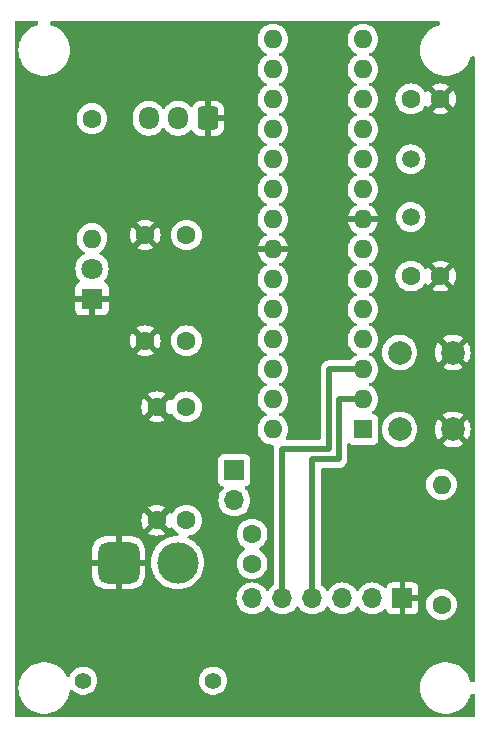
<source format=gbr>
%TF.GenerationSoftware,KiCad,Pcbnew,8.0.9-8.0.9-0~ubuntu24.04.1*%
%TF.CreationDate,2025-04-23T22:26:12+09:00*%
%TF.ProjectId,LedController,4c656443-6f6e-4747-926f-6c6c65722e6b,rev?*%
%TF.SameCoordinates,Original*%
%TF.FileFunction,Copper,L2,Bot*%
%TF.FilePolarity,Positive*%
%FSLAX46Y46*%
G04 Gerber Fmt 4.6, Leading zero omitted, Abs format (unit mm)*
G04 Created by KiCad (PCBNEW 8.0.9-8.0.9-0~ubuntu24.04.1) date 2025-04-23 22:26:12*
%MOMM*%
%LPD*%
G01*
G04 APERTURE LIST*
G04 Aperture macros list*
%AMRoundRect*
0 Rectangle with rounded corners*
0 $1 Rounding radius*
0 $2 $3 $4 $5 $6 $7 $8 $9 X,Y pos of 4 corners*
0 Add a 4 corners polygon primitive as box body*
4,1,4,$2,$3,$4,$5,$6,$7,$8,$9,$2,$3,0*
0 Add four circle primitives for the rounded corners*
1,1,$1+$1,$2,$3*
1,1,$1+$1,$4,$5*
1,1,$1+$1,$6,$7*
1,1,$1+$1,$8,$9*
0 Add four rect primitives between the rounded corners*
20,1,$1+$1,$2,$3,$4,$5,0*
20,1,$1+$1,$4,$5,$6,$7,0*
20,1,$1+$1,$6,$7,$8,$9,0*
20,1,$1+$1,$8,$9,$2,$3,0*%
G04 Aperture macros list end*
%TA.AperFunction,ComponentPad*%
%ADD10C,1.500000*%
%TD*%
%TA.AperFunction,ComponentPad*%
%ADD11C,2.000000*%
%TD*%
%TA.AperFunction,ComponentPad*%
%ADD12C,1.600000*%
%TD*%
%TA.AperFunction,ComponentPad*%
%ADD13RoundRect,0.250000X0.600000X0.725000X-0.600000X0.725000X-0.600000X-0.725000X0.600000X-0.725000X0*%
%TD*%
%TA.AperFunction,ComponentPad*%
%ADD14O,1.700000X1.950000*%
%TD*%
%TA.AperFunction,ComponentPad*%
%ADD15C,3.500000*%
%TD*%
%TA.AperFunction,ComponentPad*%
%ADD16RoundRect,0.770000X0.980000X0.980000X-0.980000X0.980000X-0.980000X-0.980000X0.980000X-0.980000X0*%
%TD*%
%TA.AperFunction,ComponentPad*%
%ADD17C,1.400000*%
%TD*%
%TA.AperFunction,ComponentPad*%
%ADD18O,1.600000X1.600000*%
%TD*%
%TA.AperFunction,ComponentPad*%
%ADD19R,1.700000X1.700000*%
%TD*%
%TA.AperFunction,ComponentPad*%
%ADD20O,1.700000X1.700000*%
%TD*%
%TA.AperFunction,ComponentPad*%
%ADD21R,1.600000X1.600000*%
%TD*%
%TA.AperFunction,ComponentPad*%
%ADD22R,1.800000X1.800000*%
%TD*%
%TA.AperFunction,ComponentPad*%
%ADD23C,1.800000*%
%TD*%
%TA.AperFunction,Conductor*%
%ADD24C,0.500000*%
%TD*%
G04 APERTURE END LIST*
D10*
%TO.P,Y1,1,1*%
%TO.N,Net-(U2-XTAL1{slash}PB6)*%
X79050000Y-67125000D03*
%TO.P,Y1,2,2*%
%TO.N,Net-(U2-XTAL2{slash}PB7)*%
X79050000Y-62225000D03*
%TD*%
D11*
%TO.P,SW1,1,1*%
%TO.N,Net-(U2-~{RESET}{slash}PC6)*%
X78100000Y-85100000D03*
X78100000Y-78600000D03*
%TO.P,SW1,2,2*%
%TO.N,GND*%
X82600000Y-85100000D03*
X82600000Y-78600000D03*
%TD*%
D12*
%TO.P,0.1\u03BCF,1*%
%TO.N,Net-(U2-~{RESET}{slash}PC6)*%
X65600000Y-93975000D03*
%TO.P,0.1\u03BCF,2*%
%TO.N,Net-(J1-Pin_6)*%
X65600000Y-96475000D03*
%TD*%
D13*
%TO.P,GND,1,Pin_1*%
%TO.N,GND*%
X61850000Y-58775000D03*
D14*
%TO.P,GND,2,Pin_2*%
%TO.N,signal*%
X59350000Y-58775000D03*
%TO.P,GND,3,Pin_3*%
%TO.N,+5V*%
X56850000Y-58775000D03*
%TD*%
D15*
%TO.P,J3,2,Pin_2*%
%TO.N,batt_in*%
X59300000Y-96385000D03*
D16*
%TO.P,J3,1,Pin_1*%
%TO.N,GND*%
X54300000Y-96385000D03*
D17*
%TO.P,J3,*%
%TO.N,*%
X51300000Y-106385000D03*
X62300000Y-106385000D03*
%TD*%
D12*
%TO.P,330,1*%
%TO.N,+5V*%
X52050000Y-58795000D03*
D18*
%TO.P,330,2*%
%TO.N,Net-(D1-A)*%
X52050000Y-68955000D03*
%TD*%
D12*
%TO.P,C5,1*%
%TO.N,+5V*%
X60050000Y-68650000D03*
%TO.P,C5,2*%
%TO.N,GND*%
X56550000Y-68650000D03*
%TD*%
%TO.P,22pF,1*%
%TO.N,Net-(U2-XTAL2{slash}PB7)*%
X79050000Y-57125000D03*
%TO.P,22pF,2*%
%TO.N,GND*%
X81550000Y-57125000D03*
%TD*%
%TO.P,C7,1*%
%TO.N,+5V*%
X60050000Y-77600000D03*
%TO.P,C7,2*%
%TO.N,GND*%
X56550000Y-77600000D03*
%TD*%
%TO.P,0.33\u03BCF,1*%
%TO.N,batt_in*%
X60040000Y-92800000D03*
%TO.P,0.33\u03BCF,2*%
%TO.N,GND*%
X57540000Y-92800000D03*
%TD*%
D19*
%TO.P,J1,1,Pin_1*%
%TO.N,GND*%
X78340000Y-99420000D03*
D20*
%TO.P,J1,2,Pin_2*%
%TO.N,unconnected-(J1-Pin_2-Pad2)*%
X75800000Y-99420000D03*
%TO.P,J1,3,Pin_3*%
%TO.N,VCC*%
X73260000Y-99420000D03*
%TO.P,J1,4,Pin_4*%
%TO.N,Net-(J1-Pin_4)*%
X70720000Y-99420000D03*
%TO.P,J1,5,Pin_5*%
%TO.N,Net-(J1-Pin_5)*%
X68180000Y-99420000D03*
%TO.P,J1,6,Pin_6*%
%TO.N,Net-(J1-Pin_6)*%
X65640000Y-99420000D03*
%TD*%
D12*
%TO.P,22pF,1*%
%TO.N,Net-(U2-XTAL1{slash}PB6)*%
X79050000Y-72125000D03*
%TO.P,22pF,2*%
%TO.N,GND*%
X81550000Y-72125000D03*
%TD*%
D21*
%TO.P,U2,1,~{RESET}/PC6*%
%TO.N,Net-(U2-~{RESET}{slash}PC6)*%
X74995000Y-85100000D03*
D18*
%TO.P,U2,2,PD0*%
%TO.N,Net-(J1-Pin_4)*%
X74995000Y-82560000D03*
%TO.P,U2,3,PD1*%
%TO.N,Net-(J1-Pin_5)*%
X74995000Y-80020000D03*
%TO.P,U2,4,PD2*%
%TO.N,unconnected-(U2-PD2-Pad4)*%
X74995000Y-77480000D03*
%TO.P,U2,5,PD3*%
%TO.N,unconnected-(U2-PD3-Pad5)*%
X74995000Y-74940000D03*
%TO.P,U2,6,PD4*%
%TO.N,unconnected-(U2-PD4-Pad6)*%
X74995000Y-72400000D03*
%TO.P,U2,7,VCC*%
%TO.N,VCC*%
X74995000Y-69860000D03*
%TO.P,U2,8,GND*%
%TO.N,GND*%
X74995000Y-67320000D03*
%TO.P,U2,9,XTAL1/PB6*%
%TO.N,Net-(U2-XTAL1{slash}PB6)*%
X74995000Y-64780000D03*
%TO.P,U2,10,XTAL2/PB7*%
%TO.N,Net-(U2-XTAL2{slash}PB7)*%
X74995000Y-62240000D03*
%TO.P,U2,11,PD5*%
%TO.N,unconnected-(U2-PD5-Pad11)*%
X74995000Y-59700000D03*
%TO.P,U2,12,PD6*%
%TO.N,signal*%
X74995000Y-57160000D03*
%TO.P,U2,13,PD7*%
%TO.N,unconnected-(U2-PD7-Pad13)*%
X74995000Y-54620000D03*
%TO.P,U2,14,PB0*%
%TO.N,unconnected-(U2-PB0-Pad14)*%
X74995000Y-52080000D03*
%TO.P,U2,15,PB1*%
%TO.N,unconnected-(U2-PB1-Pad15)*%
X67375000Y-52080000D03*
%TO.P,U2,16,PB2*%
%TO.N,unconnected-(U2-PB2-Pad16)*%
X67375000Y-54620000D03*
%TO.P,U2,17,PB3*%
%TO.N,unconnected-(U2-PB3-Pad17)*%
X67375000Y-57160000D03*
%TO.P,U2,18,PB4*%
%TO.N,unconnected-(U2-PB4-Pad18)*%
X67375000Y-59700000D03*
%TO.P,U2,19,PB5*%
%TO.N,unconnected-(U2-PB5-Pad19)*%
X67375000Y-62240000D03*
%TO.P,U2,20,AVCC*%
%TO.N,VCC*%
X67375000Y-64780000D03*
%TO.P,U2,21,AREF*%
%TO.N,unconnected-(U2-AREF-Pad21)*%
X67375000Y-67320000D03*
%TO.P,U2,22,GND*%
%TO.N,GND*%
X67375000Y-69860000D03*
%TO.P,U2,23,PC0*%
%TO.N,unconnected-(U2-PC0-Pad23)*%
X67375000Y-72400000D03*
%TO.P,U2,24,PC1*%
%TO.N,unconnected-(U2-PC1-Pad24)*%
X67375000Y-74940000D03*
%TO.P,U2,25,PC2*%
%TO.N,unconnected-(U2-PC2-Pad25)*%
X67375000Y-77480000D03*
%TO.P,U2,26,PC3*%
%TO.N,unconnected-(U2-PC3-Pad26)*%
X67375000Y-80020000D03*
%TO.P,U2,27,PC4*%
%TO.N,unconnected-(U2-PC4-Pad27)*%
X67375000Y-82560000D03*
%TO.P,U2,28,PC5*%
%TO.N,unconnected-(U2-PC5-Pad28)*%
X67375000Y-85100000D03*
%TD*%
D12*
%TO.P,0.1\u03BCF,1*%
%TO.N,+5V*%
X60040000Y-83200000D03*
%TO.P,0.1\u03BCF,2*%
%TO.N,GND*%
X57540000Y-83200000D03*
%TD*%
%TO.P,10k\u03A9,1*%
%TO.N,VCC*%
X81650000Y-99935000D03*
D18*
%TO.P,10k\u03A9,2*%
%TO.N,Net-(U2-~{RESET}{slash}PC6)*%
X81650000Y-89775000D03*
%TD*%
D19*
%TO.P,J4,1,Pin_1*%
%TO.N,+5V*%
X64100000Y-88575000D03*
D20*
%TO.P,J4,2,Pin_2*%
%TO.N,VCC*%
X64100000Y-91115000D03*
%TD*%
D22*
%TO.P,+5V,1,K*%
%TO.N,GND*%
X52050000Y-74040000D03*
D23*
%TO.P,+5V,2,A*%
%TO.N,Net-(D1-A)*%
X52050000Y-71500000D03*
%TD*%
D24*
%TO.N,Net-(J1-Pin_5)*%
X68180000Y-86755000D02*
X68175000Y-86750000D01*
X68180000Y-99420000D02*
X68180000Y-86755000D01*
X72150000Y-80025000D02*
X72450000Y-80025000D01*
X72150000Y-86750000D02*
X72150000Y-80025000D01*
X68175000Y-86750000D02*
X72150000Y-86750000D01*
X72450000Y-80025000D02*
X72455000Y-80020000D01*
X72455000Y-80020000D02*
X74995000Y-80020000D01*
%TO.N,Net-(J1-Pin_4)*%
X70720000Y-99420000D02*
X70720000Y-87630000D01*
X72925000Y-87625000D02*
X72925000Y-82575000D01*
X73075000Y-82575000D02*
X73090000Y-82560000D01*
X72925000Y-82575000D02*
X73075000Y-82575000D01*
X70720000Y-87630000D02*
X70725000Y-87625000D01*
X73090000Y-82560000D02*
X74995000Y-82560000D01*
X70725000Y-87625000D02*
X72925000Y-87625000D01*
%TD*%
%TA.AperFunction,Conductor*%
%TO.N,GND*%
G36*
X47417539Y-50520185D02*
G01*
X47463294Y-50572989D01*
X47474500Y-50624500D01*
X47474500Y-50799117D01*
X47454815Y-50866156D01*
X47402011Y-50911911D01*
X47383956Y-50918518D01*
X47271447Y-50950042D01*
X47271443Y-50950043D01*
X46999101Y-51068338D01*
X46999096Y-51068340D01*
X46745393Y-51222620D01*
X46515063Y-51410007D01*
X46515057Y-51410012D01*
X46515056Y-51410014D01*
X46405924Y-51526865D01*
X46312378Y-51627029D01*
X46141153Y-51869600D01*
X46141149Y-51869606D01*
X46004539Y-52133253D01*
X45905105Y-52413032D01*
X45905100Y-52413049D01*
X45844691Y-52703757D01*
X45844690Y-52703759D01*
X45824428Y-53000000D01*
X45844690Y-53296240D01*
X45844691Y-53296242D01*
X45905100Y-53586950D01*
X45905105Y-53586967D01*
X46004539Y-53866746D01*
X46004538Y-53866746D01*
X46141149Y-54130393D01*
X46141153Y-54130399D01*
X46312378Y-54372970D01*
X46312382Y-54372974D01*
X46312384Y-54372977D01*
X46515056Y-54589986D01*
X46515061Y-54589990D01*
X46515063Y-54589992D01*
X46551948Y-54620000D01*
X46745390Y-54777377D01*
X46745392Y-54777378D01*
X46745393Y-54777379D01*
X46999096Y-54931659D01*
X46999101Y-54931661D01*
X47271440Y-55049954D01*
X47271445Y-55049956D01*
X47557367Y-55130068D01*
X47815986Y-55165614D01*
X47851533Y-55170500D01*
X47851534Y-55170500D01*
X48148467Y-55170500D01*
X48180180Y-55166140D01*
X48442633Y-55130068D01*
X48728555Y-55049956D01*
X49000905Y-54931658D01*
X49254610Y-54777377D01*
X49484944Y-54589986D01*
X49687616Y-54372977D01*
X49858851Y-54130392D01*
X49995459Y-53866750D01*
X50094896Y-53586962D01*
X50094897Y-53586955D01*
X50094899Y-53586950D01*
X50122942Y-53451994D01*
X50155309Y-53296240D01*
X50175572Y-53000000D01*
X50155309Y-52703760D01*
X50129078Y-52577528D01*
X50094899Y-52413049D01*
X50094894Y-52413032D01*
X49995460Y-52133253D01*
X49995461Y-52133253D01*
X49858850Y-51869606D01*
X49858846Y-51869600D01*
X49687621Y-51627029D01*
X49687617Y-51627025D01*
X49687616Y-51627023D01*
X49484944Y-51410014D01*
X49484937Y-51410009D01*
X49484936Y-51410007D01*
X49254606Y-51222620D01*
X49000903Y-51068340D01*
X49000898Y-51068338D01*
X48728556Y-50950043D01*
X48728552Y-50950042D01*
X48616044Y-50918518D01*
X48556802Y-50881476D01*
X48526991Y-50818285D01*
X48525500Y-50799117D01*
X48525500Y-50624500D01*
X48545185Y-50557461D01*
X48597989Y-50511706D01*
X48649500Y-50500500D01*
X81350500Y-50500500D01*
X81417539Y-50520185D01*
X81463294Y-50572989D01*
X81474500Y-50624500D01*
X81474500Y-50799117D01*
X81454815Y-50866156D01*
X81402011Y-50911911D01*
X81383956Y-50918518D01*
X81271447Y-50950042D01*
X81271443Y-50950043D01*
X80999101Y-51068338D01*
X80999096Y-51068340D01*
X80745393Y-51222620D01*
X80515063Y-51410007D01*
X80515057Y-51410012D01*
X80515056Y-51410014D01*
X80405924Y-51526865D01*
X80312378Y-51627029D01*
X80141153Y-51869600D01*
X80141149Y-51869606D01*
X80004539Y-52133253D01*
X79905105Y-52413032D01*
X79905100Y-52413049D01*
X79844691Y-52703757D01*
X79844690Y-52703759D01*
X79824428Y-53000000D01*
X79844690Y-53296240D01*
X79844691Y-53296242D01*
X79905100Y-53586950D01*
X79905105Y-53586967D01*
X80004539Y-53866746D01*
X80004538Y-53866746D01*
X80141149Y-54130393D01*
X80141153Y-54130399D01*
X80312378Y-54372970D01*
X80312382Y-54372974D01*
X80312384Y-54372977D01*
X80515056Y-54589986D01*
X80515061Y-54589990D01*
X80515063Y-54589992D01*
X80551948Y-54620000D01*
X80745390Y-54777377D01*
X80745392Y-54777378D01*
X80745393Y-54777379D01*
X80999096Y-54931659D01*
X80999101Y-54931661D01*
X81271440Y-55049954D01*
X81271445Y-55049956D01*
X81557367Y-55130068D01*
X81815986Y-55165614D01*
X81851533Y-55170500D01*
X81851534Y-55170500D01*
X82148467Y-55170500D01*
X82180180Y-55166140D01*
X82442633Y-55130068D01*
X82728555Y-55049956D01*
X83000905Y-54931658D01*
X83254610Y-54777377D01*
X83484944Y-54589986D01*
X83687616Y-54372977D01*
X83858851Y-54130392D01*
X83995459Y-53866750D01*
X84025985Y-53780858D01*
X84087429Y-53607975D01*
X84128427Y-53551398D01*
X84193505Y-53525968D01*
X84204269Y-53525500D01*
X84375500Y-53525500D01*
X84442539Y-53545185D01*
X84488294Y-53597989D01*
X84499500Y-53649500D01*
X84499500Y-106350500D01*
X84479815Y-106417539D01*
X84427011Y-106463294D01*
X84375500Y-106474500D01*
X84204269Y-106474500D01*
X84137230Y-106454815D01*
X84091475Y-106402011D01*
X84087429Y-106392025D01*
X83995460Y-106133253D01*
X83995461Y-106133253D01*
X83858850Y-105869606D01*
X83858846Y-105869600D01*
X83687621Y-105627029D01*
X83687617Y-105627025D01*
X83687616Y-105627023D01*
X83484944Y-105410014D01*
X83484937Y-105410009D01*
X83484936Y-105410007D01*
X83254606Y-105222620D01*
X83000903Y-105068340D01*
X83000898Y-105068338D01*
X82728559Y-104950045D01*
X82442638Y-104869933D01*
X82442634Y-104869932D01*
X82442633Y-104869932D01*
X82295549Y-104849716D01*
X82148467Y-104829500D01*
X82148466Y-104829500D01*
X81851534Y-104829500D01*
X81851533Y-104829500D01*
X81557367Y-104869932D01*
X81557361Y-104869933D01*
X81271440Y-104950045D01*
X80999101Y-105068338D01*
X80999096Y-105068340D01*
X80745393Y-105222620D01*
X80515063Y-105410007D01*
X80312378Y-105627029D01*
X80141153Y-105869600D01*
X80141149Y-105869606D01*
X80004539Y-106133253D01*
X79905105Y-106413032D01*
X79905100Y-106413049D01*
X79844691Y-106703757D01*
X79844690Y-106703759D01*
X79824428Y-107000000D01*
X79844690Y-107296240D01*
X79844691Y-107296242D01*
X79905100Y-107586950D01*
X79905105Y-107586967D01*
X80004539Y-107866746D01*
X80004538Y-107866746D01*
X80141149Y-108130393D01*
X80141153Y-108130399D01*
X80312378Y-108372970D01*
X80312382Y-108372974D01*
X80312384Y-108372977D01*
X80515056Y-108589986D01*
X80745390Y-108777377D01*
X80745392Y-108777378D01*
X80745393Y-108777379D01*
X80999096Y-108931659D01*
X80999101Y-108931661D01*
X81271440Y-109049954D01*
X81271445Y-109049956D01*
X81557367Y-109130068D01*
X81815986Y-109165614D01*
X81851533Y-109170500D01*
X81851534Y-109170500D01*
X82148467Y-109170500D01*
X82180180Y-109166140D01*
X82442633Y-109130068D01*
X82728555Y-109049956D01*
X83000905Y-108931658D01*
X83254610Y-108777377D01*
X83484944Y-108589986D01*
X83687616Y-108372977D01*
X83858851Y-108130392D01*
X83995459Y-107866750D01*
X84023487Y-107787887D01*
X84087429Y-107607975D01*
X84128427Y-107551398D01*
X84193505Y-107525968D01*
X84204269Y-107525500D01*
X84375500Y-107525500D01*
X84442539Y-107545185D01*
X84488294Y-107597989D01*
X84499500Y-107649500D01*
X84499500Y-109375500D01*
X84479815Y-109442539D01*
X84427011Y-109488294D01*
X84375500Y-109499500D01*
X45624500Y-109499500D01*
X45557461Y-109479815D01*
X45511706Y-109427011D01*
X45500500Y-109375500D01*
X45500500Y-107000000D01*
X45824428Y-107000000D01*
X45844690Y-107296240D01*
X45844691Y-107296242D01*
X45905100Y-107586950D01*
X45905105Y-107586967D01*
X46004539Y-107866746D01*
X46004538Y-107866746D01*
X46141149Y-108130393D01*
X46141153Y-108130399D01*
X46312378Y-108372970D01*
X46312382Y-108372974D01*
X46312384Y-108372977D01*
X46515056Y-108589986D01*
X46745390Y-108777377D01*
X46745392Y-108777378D01*
X46745393Y-108777379D01*
X46999096Y-108931659D01*
X46999101Y-108931661D01*
X47271440Y-109049954D01*
X47271445Y-109049956D01*
X47557367Y-109130068D01*
X47815986Y-109165614D01*
X47851533Y-109170500D01*
X47851534Y-109170500D01*
X48148467Y-109170500D01*
X48180180Y-109166140D01*
X48442633Y-109130068D01*
X48728555Y-109049956D01*
X49000905Y-108931658D01*
X49254610Y-108777377D01*
X49484944Y-108589986D01*
X49687616Y-108372977D01*
X49858851Y-108130392D01*
X49995459Y-107866750D01*
X50094896Y-107586962D01*
X50094897Y-107586955D01*
X50094899Y-107586950D01*
X50122942Y-107451994D01*
X50155309Y-107296240D01*
X50159940Y-107228523D01*
X50184153Y-107162985D01*
X50239955Y-107120940D01*
X50309631Y-107115738D01*
X50371058Y-107149032D01*
X50382604Y-107162258D01*
X50409019Y-107197237D01*
X50573437Y-107347123D01*
X50573439Y-107347125D01*
X50762595Y-107464245D01*
X50762596Y-107464245D01*
X50762599Y-107464247D01*
X50970060Y-107544618D01*
X51188757Y-107585500D01*
X51188759Y-107585500D01*
X51411241Y-107585500D01*
X51411243Y-107585500D01*
X51629940Y-107544618D01*
X51837401Y-107464247D01*
X52026562Y-107347124D01*
X52190981Y-107197236D01*
X52325058Y-107019689D01*
X52424229Y-106820528D01*
X52485115Y-106606536D01*
X52505643Y-106385000D01*
X52505643Y-106384999D01*
X61094357Y-106384999D01*
X61094357Y-106385000D01*
X61114884Y-106606535D01*
X61114885Y-106606537D01*
X61175769Y-106820523D01*
X61175775Y-106820538D01*
X61274938Y-107019683D01*
X61274943Y-107019691D01*
X61409020Y-107197238D01*
X61573437Y-107347123D01*
X61573439Y-107347125D01*
X61762595Y-107464245D01*
X61762596Y-107464245D01*
X61762599Y-107464247D01*
X61970060Y-107544618D01*
X62188757Y-107585500D01*
X62188759Y-107585500D01*
X62411241Y-107585500D01*
X62411243Y-107585500D01*
X62629940Y-107544618D01*
X62837401Y-107464247D01*
X63026562Y-107347124D01*
X63190981Y-107197236D01*
X63325058Y-107019689D01*
X63424229Y-106820528D01*
X63485115Y-106606536D01*
X63505643Y-106385000D01*
X63485115Y-106163464D01*
X63424229Y-105949472D01*
X63409400Y-105919691D01*
X63325061Y-105750316D01*
X63325056Y-105750308D01*
X63190979Y-105572761D01*
X63026562Y-105422876D01*
X63026560Y-105422874D01*
X62837404Y-105305754D01*
X62837398Y-105305752D01*
X62629940Y-105225382D01*
X62411243Y-105184500D01*
X62188757Y-105184500D01*
X61970060Y-105225382D01*
X61838864Y-105276207D01*
X61762601Y-105305752D01*
X61762595Y-105305754D01*
X61573439Y-105422874D01*
X61573437Y-105422876D01*
X61409020Y-105572761D01*
X61274943Y-105750308D01*
X61274938Y-105750316D01*
X61175775Y-105949461D01*
X61175769Y-105949476D01*
X61114885Y-106163462D01*
X61114884Y-106163464D01*
X61094357Y-106384999D01*
X52505643Y-106384999D01*
X52485115Y-106163464D01*
X52424229Y-105949472D01*
X52409400Y-105919691D01*
X52325061Y-105750316D01*
X52325056Y-105750308D01*
X52190979Y-105572761D01*
X52026562Y-105422876D01*
X52026560Y-105422874D01*
X51837404Y-105305754D01*
X51837398Y-105305752D01*
X51629940Y-105225382D01*
X51411243Y-105184500D01*
X51188757Y-105184500D01*
X50970060Y-105225382D01*
X50838864Y-105276207D01*
X50762601Y-105305752D01*
X50762595Y-105305754D01*
X50573439Y-105422874D01*
X50573437Y-105422876D01*
X50409020Y-105572761D01*
X50274943Y-105750308D01*
X50274938Y-105750316D01*
X50175775Y-105949461D01*
X50175770Y-105949474D01*
X50163649Y-105992076D01*
X50126369Y-106051169D01*
X50063059Y-106080726D01*
X49993820Y-106071364D01*
X49940634Y-106026053D01*
X49934285Y-106015189D01*
X49858850Y-105869606D01*
X49858846Y-105869600D01*
X49687621Y-105627029D01*
X49687617Y-105627025D01*
X49687616Y-105627023D01*
X49484944Y-105410014D01*
X49484937Y-105410009D01*
X49484936Y-105410007D01*
X49254606Y-105222620D01*
X49000903Y-105068340D01*
X49000898Y-105068338D01*
X48728559Y-104950045D01*
X48442638Y-104869933D01*
X48442634Y-104869932D01*
X48442633Y-104869932D01*
X48295549Y-104849716D01*
X48148467Y-104829500D01*
X48148466Y-104829500D01*
X47851534Y-104829500D01*
X47851533Y-104829500D01*
X47557367Y-104869932D01*
X47557361Y-104869933D01*
X47271440Y-104950045D01*
X46999101Y-105068338D01*
X46999096Y-105068340D01*
X46745393Y-105222620D01*
X46515063Y-105410007D01*
X46312378Y-105627029D01*
X46141153Y-105869600D01*
X46141149Y-105869606D01*
X46004539Y-106133253D01*
X45905105Y-106413032D01*
X45905100Y-106413049D01*
X45844691Y-106703757D01*
X45844690Y-106703759D01*
X45824428Y-107000000D01*
X45500500Y-107000000D01*
X45500500Y-99419999D01*
X64284341Y-99419999D01*
X64284341Y-99420000D01*
X64304936Y-99655403D01*
X64304938Y-99655413D01*
X64366094Y-99883655D01*
X64366096Y-99883659D01*
X64366097Y-99883663D01*
X64446004Y-100055023D01*
X64465965Y-100097830D01*
X64465967Y-100097834D01*
X64510685Y-100161697D01*
X64601505Y-100291401D01*
X64768599Y-100458495D01*
X64845135Y-100512086D01*
X64962165Y-100594032D01*
X64962167Y-100594033D01*
X64962170Y-100594035D01*
X65176337Y-100693903D01*
X65404592Y-100755063D01*
X65575319Y-100770000D01*
X65639999Y-100775659D01*
X65640000Y-100775659D01*
X65640001Y-100775659D01*
X65704681Y-100770000D01*
X65875408Y-100755063D01*
X66103663Y-100693903D01*
X66317830Y-100594035D01*
X66511401Y-100458495D01*
X66678495Y-100291401D01*
X66808425Y-100105842D01*
X66863002Y-100062217D01*
X66932500Y-100055023D01*
X66994855Y-100086546D01*
X67011575Y-100105842D01*
X67141500Y-100291395D01*
X67141505Y-100291401D01*
X67308599Y-100458495D01*
X67385135Y-100512086D01*
X67502165Y-100594032D01*
X67502167Y-100594033D01*
X67502170Y-100594035D01*
X67716337Y-100693903D01*
X67944592Y-100755063D01*
X68115319Y-100770000D01*
X68179999Y-100775659D01*
X68180000Y-100775659D01*
X68180001Y-100775659D01*
X68244681Y-100770000D01*
X68415408Y-100755063D01*
X68643663Y-100693903D01*
X68857830Y-100594035D01*
X69051401Y-100458495D01*
X69218495Y-100291401D01*
X69348425Y-100105842D01*
X69403002Y-100062217D01*
X69472500Y-100055023D01*
X69534855Y-100086546D01*
X69551575Y-100105842D01*
X69681500Y-100291395D01*
X69681505Y-100291401D01*
X69848599Y-100458495D01*
X69925135Y-100512086D01*
X70042165Y-100594032D01*
X70042167Y-100594033D01*
X70042170Y-100594035D01*
X70256337Y-100693903D01*
X70484592Y-100755063D01*
X70655319Y-100770000D01*
X70719999Y-100775659D01*
X70720000Y-100775659D01*
X70720001Y-100775659D01*
X70784681Y-100770000D01*
X70955408Y-100755063D01*
X71183663Y-100693903D01*
X71397830Y-100594035D01*
X71591401Y-100458495D01*
X71758495Y-100291401D01*
X71888425Y-100105842D01*
X71943002Y-100062217D01*
X72012500Y-100055023D01*
X72074855Y-100086546D01*
X72091575Y-100105842D01*
X72221500Y-100291395D01*
X72221505Y-100291401D01*
X72388599Y-100458495D01*
X72465135Y-100512086D01*
X72582165Y-100594032D01*
X72582167Y-100594033D01*
X72582170Y-100594035D01*
X72796337Y-100693903D01*
X73024592Y-100755063D01*
X73195319Y-100770000D01*
X73259999Y-100775659D01*
X73260000Y-100775659D01*
X73260001Y-100775659D01*
X73324681Y-100770000D01*
X73495408Y-100755063D01*
X73723663Y-100693903D01*
X73937830Y-100594035D01*
X74131401Y-100458495D01*
X74298495Y-100291401D01*
X74428425Y-100105842D01*
X74483002Y-100062217D01*
X74552500Y-100055023D01*
X74614855Y-100086546D01*
X74631575Y-100105842D01*
X74761500Y-100291395D01*
X74761505Y-100291401D01*
X74928599Y-100458495D01*
X75005135Y-100512086D01*
X75122165Y-100594032D01*
X75122167Y-100594033D01*
X75122170Y-100594035D01*
X75336337Y-100693903D01*
X75564592Y-100755063D01*
X75735319Y-100770000D01*
X75799999Y-100775659D01*
X75800000Y-100775659D01*
X75800001Y-100775659D01*
X75864681Y-100770000D01*
X76035408Y-100755063D01*
X76263663Y-100693903D01*
X76477830Y-100594035D01*
X76671401Y-100458495D01*
X76793717Y-100336178D01*
X76855036Y-100302696D01*
X76924728Y-100307680D01*
X76980662Y-100349551D01*
X76997577Y-100380528D01*
X77046646Y-100512088D01*
X77046649Y-100512093D01*
X77132809Y-100627187D01*
X77132812Y-100627190D01*
X77247906Y-100713350D01*
X77247913Y-100713354D01*
X77382620Y-100763596D01*
X77382627Y-100763598D01*
X77442155Y-100769999D01*
X77442172Y-100770000D01*
X78090000Y-100770000D01*
X78090000Y-99853012D01*
X78147007Y-99885925D01*
X78274174Y-99920000D01*
X78405826Y-99920000D01*
X78532993Y-99885925D01*
X78590000Y-99853012D01*
X78590000Y-100770000D01*
X79237828Y-100770000D01*
X79237844Y-100769999D01*
X79297372Y-100763598D01*
X79297379Y-100763596D01*
X79432086Y-100713354D01*
X79432093Y-100713350D01*
X79547187Y-100627190D01*
X79547190Y-100627187D01*
X79633350Y-100512093D01*
X79633354Y-100512086D01*
X79683596Y-100377379D01*
X79683598Y-100377372D01*
X79689999Y-100317844D01*
X79690000Y-100317827D01*
X79690000Y-99934998D01*
X80344532Y-99934998D01*
X80344532Y-99935001D01*
X80364364Y-100161686D01*
X80364366Y-100161697D01*
X80423258Y-100381488D01*
X80423261Y-100381497D01*
X80519431Y-100587732D01*
X80519432Y-100587734D01*
X80649954Y-100774141D01*
X80810858Y-100935045D01*
X80810861Y-100935047D01*
X80997266Y-101065568D01*
X81203504Y-101161739D01*
X81423308Y-101220635D01*
X81585230Y-101234801D01*
X81649998Y-101240468D01*
X81650000Y-101240468D01*
X81650002Y-101240468D01*
X81706673Y-101235509D01*
X81876692Y-101220635D01*
X82096496Y-101161739D01*
X82302734Y-101065568D01*
X82489139Y-100935047D01*
X82650047Y-100774139D01*
X82780568Y-100587734D01*
X82876739Y-100381496D01*
X82935635Y-100161692D01*
X82955468Y-99935000D01*
X82951174Y-99885925D01*
X82935635Y-99708313D01*
X82935635Y-99708308D01*
X82876739Y-99488504D01*
X82780568Y-99282266D01*
X82650047Y-99095861D01*
X82650045Y-99095858D01*
X82489141Y-98934954D01*
X82302734Y-98804432D01*
X82302732Y-98804431D01*
X82096497Y-98708261D01*
X82096488Y-98708258D01*
X81876697Y-98649366D01*
X81876693Y-98649365D01*
X81876692Y-98649365D01*
X81876691Y-98649364D01*
X81876686Y-98649364D01*
X81650002Y-98629532D01*
X81649998Y-98629532D01*
X81423313Y-98649364D01*
X81423302Y-98649366D01*
X81203511Y-98708258D01*
X81203502Y-98708261D01*
X80997267Y-98804431D01*
X80997265Y-98804432D01*
X80810858Y-98934954D01*
X80649954Y-99095858D01*
X80519432Y-99282265D01*
X80519431Y-99282267D01*
X80423261Y-99488502D01*
X80423258Y-99488511D01*
X80364366Y-99708302D01*
X80364364Y-99708313D01*
X80344532Y-99934998D01*
X79690000Y-99934998D01*
X79690000Y-99670000D01*
X78773012Y-99670000D01*
X78805925Y-99612993D01*
X78840000Y-99485826D01*
X78840000Y-99354174D01*
X78805925Y-99227007D01*
X78773012Y-99170000D01*
X79690000Y-99170000D01*
X79690000Y-98522172D01*
X79689999Y-98522155D01*
X79683598Y-98462627D01*
X79683596Y-98462620D01*
X79633354Y-98327913D01*
X79633350Y-98327906D01*
X79547190Y-98212812D01*
X79547187Y-98212809D01*
X79432093Y-98126649D01*
X79432086Y-98126645D01*
X79297379Y-98076403D01*
X79297372Y-98076401D01*
X79237844Y-98070000D01*
X78590000Y-98070000D01*
X78590000Y-98986988D01*
X78532993Y-98954075D01*
X78405826Y-98920000D01*
X78274174Y-98920000D01*
X78147007Y-98954075D01*
X78090000Y-98986988D01*
X78090000Y-98070000D01*
X77442155Y-98070000D01*
X77382627Y-98076401D01*
X77382620Y-98076403D01*
X77247913Y-98126645D01*
X77247906Y-98126649D01*
X77132812Y-98212809D01*
X77132809Y-98212812D01*
X77046649Y-98327906D01*
X77046645Y-98327913D01*
X76997578Y-98459470D01*
X76955707Y-98515404D01*
X76890242Y-98539821D01*
X76821969Y-98524969D01*
X76793715Y-98503819D01*
X76749366Y-98459470D01*
X76671401Y-98381505D01*
X76671397Y-98381502D01*
X76671396Y-98381501D01*
X76477834Y-98245967D01*
X76477830Y-98245965D01*
X76341092Y-98182203D01*
X76263663Y-98146097D01*
X76263659Y-98146096D01*
X76263655Y-98146094D01*
X76035413Y-98084938D01*
X76035403Y-98084936D01*
X75800001Y-98064341D01*
X75799999Y-98064341D01*
X75564596Y-98084936D01*
X75564586Y-98084938D01*
X75336344Y-98146094D01*
X75336335Y-98146098D01*
X75122171Y-98245964D01*
X75122169Y-98245965D01*
X74928597Y-98381505D01*
X74761505Y-98548597D01*
X74631575Y-98734158D01*
X74576998Y-98777783D01*
X74507500Y-98784977D01*
X74445145Y-98753454D01*
X74428425Y-98734158D01*
X74298494Y-98548597D01*
X74131402Y-98381506D01*
X74131395Y-98381501D01*
X73937834Y-98245967D01*
X73937830Y-98245965D01*
X73801092Y-98182203D01*
X73723663Y-98146097D01*
X73723659Y-98146096D01*
X73723655Y-98146094D01*
X73495413Y-98084938D01*
X73495403Y-98084936D01*
X73260001Y-98064341D01*
X73259999Y-98064341D01*
X73024596Y-98084936D01*
X73024586Y-98084938D01*
X72796344Y-98146094D01*
X72796335Y-98146098D01*
X72582171Y-98245964D01*
X72582169Y-98245965D01*
X72388597Y-98381505D01*
X72221505Y-98548597D01*
X72091575Y-98734158D01*
X72036998Y-98777783D01*
X71967500Y-98784977D01*
X71905145Y-98753454D01*
X71888425Y-98734158D01*
X71758494Y-98548597D01*
X71591404Y-98381507D01*
X71523375Y-98333872D01*
X71479751Y-98279294D01*
X71470500Y-98232298D01*
X71470500Y-89774998D01*
X80344532Y-89774998D01*
X80344532Y-89775001D01*
X80364364Y-90001686D01*
X80364366Y-90001697D01*
X80423258Y-90221488D01*
X80423261Y-90221497D01*
X80519431Y-90427732D01*
X80519432Y-90427734D01*
X80649954Y-90614141D01*
X80810858Y-90775045D01*
X80810861Y-90775047D01*
X80997266Y-90905568D01*
X81203504Y-91001739D01*
X81423308Y-91060635D01*
X81585230Y-91074801D01*
X81649998Y-91080468D01*
X81650000Y-91080468D01*
X81650002Y-91080468D01*
X81706673Y-91075509D01*
X81876692Y-91060635D01*
X82096496Y-91001739D01*
X82302734Y-90905568D01*
X82489139Y-90775047D01*
X82650047Y-90614139D01*
X82780568Y-90427734D01*
X82876739Y-90221496D01*
X82935635Y-90001692D01*
X82955468Y-89775000D01*
X82935635Y-89548308D01*
X82876739Y-89328504D01*
X82780568Y-89122266D01*
X82650047Y-88935861D01*
X82650045Y-88935858D01*
X82489141Y-88774954D01*
X82302734Y-88644432D01*
X82302732Y-88644431D01*
X82096497Y-88548261D01*
X82096488Y-88548258D01*
X81876697Y-88489366D01*
X81876693Y-88489365D01*
X81876692Y-88489365D01*
X81876691Y-88489364D01*
X81876686Y-88489364D01*
X81650002Y-88469532D01*
X81649998Y-88469532D01*
X81423313Y-88489364D01*
X81423302Y-88489366D01*
X81203511Y-88548258D01*
X81203502Y-88548261D01*
X80997267Y-88644431D01*
X80997265Y-88644432D01*
X80810858Y-88774954D01*
X80649954Y-88935858D01*
X80519432Y-89122265D01*
X80519431Y-89122267D01*
X80423261Y-89328502D01*
X80423258Y-89328511D01*
X80364366Y-89548302D01*
X80364364Y-89548313D01*
X80344532Y-89774998D01*
X71470500Y-89774998D01*
X71470500Y-88499500D01*
X71490185Y-88432461D01*
X71542989Y-88386706D01*
X71594500Y-88375500D01*
X72998920Y-88375500D01*
X73096462Y-88356096D01*
X73143913Y-88346658D01*
X73280495Y-88290084D01*
X73403416Y-88207951D01*
X73507951Y-88103416D01*
X73590084Y-87980495D01*
X73646658Y-87843913D01*
X73675500Y-87698918D01*
X73675500Y-86384029D01*
X73695185Y-86316990D01*
X73747989Y-86271235D01*
X73817147Y-86261291D01*
X73873810Y-86284762D01*
X73952665Y-86343793D01*
X73952668Y-86343795D01*
X73952671Y-86343797D01*
X74087517Y-86394091D01*
X74087516Y-86394091D01*
X74094444Y-86394835D01*
X74147127Y-86400500D01*
X75842872Y-86400499D01*
X75902483Y-86394091D01*
X76037331Y-86343796D01*
X76152546Y-86257546D01*
X76238796Y-86142331D01*
X76289091Y-86007483D01*
X76295500Y-85947873D01*
X76295499Y-85099994D01*
X76594357Y-85099994D01*
X76594357Y-85100005D01*
X76614890Y-85347812D01*
X76614892Y-85347824D01*
X76675936Y-85588881D01*
X76775826Y-85816606D01*
X76911833Y-86024782D01*
X76911836Y-86024785D01*
X77080256Y-86207738D01*
X77276491Y-86360474D01*
X77337725Y-86393612D01*
X77494332Y-86478364D01*
X77495190Y-86478828D01*
X77647415Y-86531087D01*
X77728964Y-86559083D01*
X77730386Y-86559571D01*
X77975665Y-86600500D01*
X78224335Y-86600500D01*
X78469614Y-86559571D01*
X78704810Y-86478828D01*
X78923509Y-86360474D01*
X79119744Y-86207738D01*
X79288164Y-86024785D01*
X79424173Y-85816607D01*
X79524063Y-85588881D01*
X79585108Y-85347821D01*
X79585116Y-85347729D01*
X79605643Y-85100005D01*
X79605643Y-85099994D01*
X81094859Y-85099994D01*
X81094859Y-85100005D01*
X81115385Y-85347729D01*
X81115387Y-85347738D01*
X81176412Y-85588717D01*
X81276267Y-85816367D01*
X81376562Y-85969881D01*
X82076212Y-85270233D01*
X82087482Y-85312292D01*
X82159890Y-85437708D01*
X82262292Y-85540110D01*
X82387708Y-85612518D01*
X82429766Y-85623787D01*
X81729943Y-86323609D01*
X81776768Y-86360055D01*
X81776771Y-86360057D01*
X81995385Y-86478364D01*
X81995396Y-86478369D01*
X82230506Y-86559083D01*
X82475707Y-86600000D01*
X82724293Y-86600000D01*
X82969493Y-86559083D01*
X83204603Y-86478369D01*
X83204614Y-86478364D01*
X83423230Y-86360056D01*
X83423236Y-86360051D01*
X83470055Y-86323610D01*
X83470056Y-86323609D01*
X82770233Y-85623787D01*
X82812292Y-85612518D01*
X82937708Y-85540110D01*
X83040110Y-85437708D01*
X83112518Y-85312292D01*
X83123787Y-85270234D01*
X83823435Y-85969882D01*
X83923733Y-85816364D01*
X84023587Y-85588717D01*
X84084612Y-85347738D01*
X84084614Y-85347729D01*
X84105141Y-85100005D01*
X84105141Y-85099994D01*
X84084614Y-84852270D01*
X84084612Y-84852261D01*
X84023587Y-84611282D01*
X83923732Y-84383632D01*
X83823435Y-84230116D01*
X83123787Y-84929765D01*
X83112518Y-84887708D01*
X83040110Y-84762292D01*
X82937708Y-84659890D01*
X82812292Y-84587482D01*
X82770233Y-84576212D01*
X83470055Y-83876389D01*
X83470055Y-83876388D01*
X83423236Y-83839947D01*
X83423231Y-83839944D01*
X83204614Y-83721635D01*
X83204603Y-83721630D01*
X82969493Y-83640916D01*
X82724293Y-83600000D01*
X82475707Y-83600000D01*
X82230506Y-83640916D01*
X81995396Y-83721630D01*
X81995385Y-83721635D01*
X81776770Y-83839943D01*
X81729943Y-83876389D01*
X82429766Y-84576212D01*
X82387708Y-84587482D01*
X82262292Y-84659890D01*
X82159890Y-84762292D01*
X82087482Y-84887708D01*
X82076212Y-84929766D01*
X81376563Y-84230117D01*
X81276267Y-84383633D01*
X81276265Y-84383637D01*
X81176412Y-84611282D01*
X81115387Y-84852261D01*
X81115385Y-84852270D01*
X81094859Y-85099994D01*
X79605643Y-85099994D01*
X79585109Y-84852187D01*
X79585107Y-84852175D01*
X79524063Y-84611118D01*
X79424173Y-84383393D01*
X79288166Y-84175217D01*
X79179955Y-84057669D01*
X79119744Y-83992262D01*
X78923509Y-83839526D01*
X78923507Y-83839525D01*
X78923506Y-83839524D01*
X78704811Y-83721172D01*
X78704802Y-83721169D01*
X78469616Y-83640429D01*
X78224335Y-83599500D01*
X77975665Y-83599500D01*
X77730383Y-83640429D01*
X77495197Y-83721169D01*
X77495188Y-83721172D01*
X77276493Y-83839524D01*
X77080257Y-83992261D01*
X76911833Y-84175217D01*
X76775826Y-84383393D01*
X76675936Y-84611118D01*
X76614892Y-84852175D01*
X76614890Y-84852187D01*
X76594357Y-85099994D01*
X76295499Y-85099994D01*
X76295499Y-84252128D01*
X76289091Y-84192517D01*
X76254567Y-84099954D01*
X76238797Y-84057671D01*
X76238793Y-84057664D01*
X76152547Y-83942455D01*
X76152544Y-83942452D01*
X76037335Y-83856206D01*
X76037328Y-83856202D01*
X75902482Y-83805908D01*
X75902483Y-83805908D01*
X75867404Y-83802137D01*
X75802853Y-83775399D01*
X75763005Y-83718006D01*
X75760512Y-83648181D01*
X75796165Y-83588092D01*
X75809539Y-83577272D01*
X75834140Y-83560046D01*
X75995045Y-83399141D01*
X75995047Y-83399139D01*
X76125568Y-83212734D01*
X76221739Y-83006496D01*
X76280635Y-82786692D01*
X76300468Y-82560000D01*
X76299375Y-82547512D01*
X76292990Y-82474526D01*
X76280635Y-82333308D01*
X76221739Y-82113504D01*
X76125568Y-81907266D01*
X75995047Y-81720861D01*
X75995045Y-81720858D01*
X75834141Y-81559954D01*
X75647734Y-81429432D01*
X75647728Y-81429429D01*
X75589725Y-81402382D01*
X75537285Y-81356210D01*
X75518133Y-81289017D01*
X75538348Y-81222135D01*
X75589725Y-81177618D01*
X75647734Y-81150568D01*
X75834139Y-81020047D01*
X75995047Y-80859139D01*
X76125568Y-80672734D01*
X76221739Y-80466496D01*
X76280635Y-80246692D01*
X76300468Y-80020000D01*
X76280635Y-79793308D01*
X76221739Y-79573504D01*
X76125568Y-79367266D01*
X75995047Y-79180861D01*
X75995045Y-79180858D01*
X75834141Y-79019954D01*
X75647734Y-78889432D01*
X75647728Y-78889429D01*
X75589725Y-78862382D01*
X75537285Y-78816210D01*
X75518133Y-78749017D01*
X75538348Y-78682135D01*
X75589725Y-78637618D01*
X75647734Y-78610568D01*
X75662835Y-78599994D01*
X76594357Y-78599994D01*
X76594357Y-78600005D01*
X76614890Y-78847812D01*
X76614892Y-78847824D01*
X76675936Y-79088881D01*
X76775826Y-79316606D01*
X76911833Y-79524782D01*
X76911836Y-79524785D01*
X77080256Y-79707738D01*
X77276491Y-79860474D01*
X77276493Y-79860475D01*
X77494332Y-79978364D01*
X77495190Y-79978828D01*
X77615114Y-80019998D01*
X77728964Y-80059083D01*
X77730386Y-80059571D01*
X77975665Y-80100500D01*
X78224335Y-80100500D01*
X78469614Y-80059571D01*
X78704810Y-79978828D01*
X78923509Y-79860474D01*
X79119744Y-79707738D01*
X79288164Y-79524785D01*
X79424173Y-79316607D01*
X79524063Y-79088881D01*
X79585108Y-78847821D01*
X79586894Y-78826269D01*
X79605643Y-78600005D01*
X79605643Y-78599994D01*
X81094859Y-78599994D01*
X81094859Y-78600005D01*
X81115385Y-78847729D01*
X81115387Y-78847738D01*
X81176412Y-79088717D01*
X81276267Y-79316367D01*
X81376562Y-79469881D01*
X82076212Y-78770233D01*
X82087482Y-78812292D01*
X82159890Y-78937708D01*
X82262292Y-79040110D01*
X82387708Y-79112518D01*
X82429766Y-79123787D01*
X81729943Y-79823609D01*
X81776768Y-79860055D01*
X81776771Y-79860057D01*
X81995385Y-79978364D01*
X81995396Y-79978369D01*
X82230506Y-80059083D01*
X82475707Y-80100000D01*
X82724293Y-80100000D01*
X82969493Y-80059083D01*
X83204603Y-79978369D01*
X83204614Y-79978364D01*
X83423230Y-79860056D01*
X83423236Y-79860051D01*
X83470055Y-79823610D01*
X83470056Y-79823609D01*
X82770233Y-79123787D01*
X82812292Y-79112518D01*
X82937708Y-79040110D01*
X83040110Y-78937708D01*
X83112518Y-78812292D01*
X83123787Y-78770234D01*
X83823435Y-79469882D01*
X83923733Y-79316364D01*
X84023587Y-79088717D01*
X84084612Y-78847738D01*
X84084614Y-78847729D01*
X84105141Y-78600005D01*
X84105141Y-78599994D01*
X84084614Y-78352270D01*
X84084612Y-78352261D01*
X84023587Y-78111282D01*
X83923732Y-77883632D01*
X83823435Y-77730116D01*
X83123787Y-78429765D01*
X83112518Y-78387708D01*
X83040110Y-78262292D01*
X82937708Y-78159890D01*
X82812292Y-78087482D01*
X82770233Y-78076212D01*
X83470055Y-77376389D01*
X83470055Y-77376388D01*
X83423236Y-77339947D01*
X83423231Y-77339944D01*
X83204614Y-77221635D01*
X83204603Y-77221630D01*
X82969493Y-77140916D01*
X82724293Y-77100000D01*
X82475707Y-77100000D01*
X82230506Y-77140916D01*
X81995396Y-77221630D01*
X81995385Y-77221635D01*
X81776770Y-77339943D01*
X81729943Y-77376389D01*
X82429766Y-78076212D01*
X82387708Y-78087482D01*
X82262292Y-78159890D01*
X82159890Y-78262292D01*
X82087482Y-78387708D01*
X82076212Y-78429766D01*
X81376563Y-77730117D01*
X81276267Y-77883633D01*
X81276265Y-77883637D01*
X81176412Y-78111282D01*
X81115387Y-78352261D01*
X81115385Y-78352270D01*
X81094859Y-78599994D01*
X79605643Y-78599994D01*
X79585109Y-78352187D01*
X79585107Y-78352175D01*
X79524063Y-78111118D01*
X79424173Y-77883393D01*
X79288166Y-77675217D01*
X79266557Y-77651744D01*
X79119744Y-77492262D01*
X78923509Y-77339526D01*
X78923507Y-77339525D01*
X78923506Y-77339524D01*
X78704811Y-77221172D01*
X78704802Y-77221169D01*
X78469616Y-77140429D01*
X78224335Y-77099500D01*
X77975665Y-77099500D01*
X77730383Y-77140429D01*
X77495197Y-77221169D01*
X77495188Y-77221172D01*
X77276493Y-77339524D01*
X77080257Y-77492261D01*
X76911833Y-77675217D01*
X76775826Y-77883393D01*
X76675936Y-78111118D01*
X76614892Y-78352175D01*
X76614890Y-78352187D01*
X76594357Y-78599994D01*
X75662835Y-78599994D01*
X75834139Y-78480047D01*
X75995047Y-78319139D01*
X76125568Y-78132734D01*
X76221739Y-77926496D01*
X76280635Y-77706692D01*
X76300468Y-77480000D01*
X76280635Y-77253308D01*
X76221739Y-77033504D01*
X76125568Y-76827266D01*
X75995047Y-76640861D01*
X75995045Y-76640858D01*
X75834141Y-76479954D01*
X75647734Y-76349432D01*
X75647728Y-76349429D01*
X75589725Y-76322382D01*
X75537285Y-76276210D01*
X75518133Y-76209017D01*
X75538348Y-76142135D01*
X75589725Y-76097618D01*
X75647734Y-76070568D01*
X75834139Y-75940047D01*
X75995047Y-75779139D01*
X76125568Y-75592734D01*
X76221739Y-75386496D01*
X76280635Y-75166692D01*
X76300468Y-74940000D01*
X76280635Y-74713308D01*
X76221739Y-74493504D01*
X76125568Y-74287266D01*
X75995047Y-74100861D01*
X75995045Y-74100858D01*
X75834141Y-73939954D01*
X75647734Y-73809432D01*
X75647728Y-73809429D01*
X75589725Y-73782382D01*
X75537285Y-73736210D01*
X75518133Y-73669017D01*
X75538348Y-73602135D01*
X75589725Y-73557618D01*
X75647734Y-73530568D01*
X75834139Y-73400047D01*
X75995047Y-73239139D01*
X76125568Y-73052734D01*
X76221739Y-72846496D01*
X76280635Y-72626692D01*
X76300468Y-72400000D01*
X76296233Y-72351599D01*
X76289916Y-72279394D01*
X76280635Y-72173308D01*
X76267690Y-72124998D01*
X77744532Y-72124998D01*
X77744532Y-72125001D01*
X77764364Y-72351686D01*
X77764366Y-72351697D01*
X77823258Y-72571488D01*
X77823261Y-72571497D01*
X77919431Y-72777732D01*
X77919432Y-72777734D01*
X78049954Y-72964141D01*
X78210858Y-73125045D01*
X78210861Y-73125047D01*
X78397266Y-73255568D01*
X78603504Y-73351739D01*
X78823308Y-73410635D01*
X78985230Y-73424801D01*
X79049998Y-73430468D01*
X79050000Y-73430468D01*
X79050002Y-73430468D01*
X79106673Y-73425509D01*
X79276692Y-73410635D01*
X79496496Y-73351739D01*
X79702734Y-73255568D01*
X79889139Y-73125047D01*
X80050047Y-72964139D01*
X80180568Y-72777734D01*
X80187893Y-72762024D01*
X80234064Y-72709586D01*
X80301257Y-72690433D01*
X80368138Y-72710648D01*
X80412657Y-72762024D01*
X80419864Y-72777480D01*
X80470974Y-72850472D01*
X81150000Y-72171446D01*
X81150000Y-72177661D01*
X81177259Y-72279394D01*
X81229920Y-72370606D01*
X81304394Y-72445080D01*
X81395606Y-72497741D01*
X81497339Y-72525000D01*
X81503553Y-72525000D01*
X80824526Y-73204025D01*
X80897513Y-73255132D01*
X80897521Y-73255136D01*
X81103668Y-73351264D01*
X81103682Y-73351269D01*
X81323389Y-73410139D01*
X81323400Y-73410141D01*
X81549998Y-73429966D01*
X81550002Y-73429966D01*
X81776599Y-73410141D01*
X81776610Y-73410139D01*
X81996317Y-73351269D01*
X81996331Y-73351264D01*
X82202478Y-73255136D01*
X82275471Y-73204024D01*
X81596447Y-72525000D01*
X81602661Y-72525000D01*
X81704394Y-72497741D01*
X81795606Y-72445080D01*
X81870080Y-72370606D01*
X81922741Y-72279394D01*
X81950000Y-72177661D01*
X81950000Y-72171447D01*
X82629024Y-72850471D01*
X82680136Y-72777478D01*
X82776264Y-72571331D01*
X82776269Y-72571317D01*
X82835139Y-72351610D01*
X82835141Y-72351599D01*
X82854966Y-72125002D01*
X82854966Y-72124997D01*
X82835141Y-71898400D01*
X82835139Y-71898389D01*
X82776269Y-71678682D01*
X82776264Y-71678668D01*
X82680136Y-71472521D01*
X82680132Y-71472513D01*
X82629025Y-71399526D01*
X81950000Y-72078551D01*
X81950000Y-72072339D01*
X81922741Y-71970606D01*
X81870080Y-71879394D01*
X81795606Y-71804920D01*
X81704394Y-71752259D01*
X81602661Y-71725000D01*
X81596445Y-71725000D01*
X82275472Y-71045974D01*
X82202478Y-70994863D01*
X81996331Y-70898735D01*
X81996317Y-70898730D01*
X81776610Y-70839860D01*
X81776599Y-70839858D01*
X81550002Y-70820034D01*
X81549998Y-70820034D01*
X81323400Y-70839858D01*
X81323389Y-70839860D01*
X81103682Y-70898730D01*
X81103673Y-70898734D01*
X80897516Y-70994866D01*
X80897512Y-70994868D01*
X80824526Y-71045973D01*
X80824526Y-71045974D01*
X81503553Y-71725000D01*
X81497339Y-71725000D01*
X81395606Y-71752259D01*
X81304394Y-71804920D01*
X81229920Y-71879394D01*
X81177259Y-71970606D01*
X81150000Y-72072339D01*
X81150000Y-72078552D01*
X80470974Y-71399526D01*
X80470973Y-71399526D01*
X80419868Y-71472512D01*
X80419867Y-71472514D01*
X80412656Y-71487979D01*
X80366482Y-71540417D01*
X80299288Y-71559567D01*
X80232407Y-71539350D01*
X80187893Y-71487976D01*
X80180568Y-71472266D01*
X80050047Y-71285861D01*
X80050045Y-71285858D01*
X79889141Y-71124954D01*
X79702734Y-70994432D01*
X79702732Y-70994431D01*
X79496497Y-70898261D01*
X79496488Y-70898258D01*
X79276697Y-70839366D01*
X79276693Y-70839365D01*
X79276692Y-70839365D01*
X79276691Y-70839364D01*
X79276686Y-70839364D01*
X79050002Y-70819532D01*
X79049998Y-70819532D01*
X78823313Y-70839364D01*
X78823302Y-70839366D01*
X78603511Y-70898258D01*
X78603502Y-70898261D01*
X78397267Y-70994431D01*
X78397265Y-70994432D01*
X78210858Y-71124954D01*
X78049954Y-71285858D01*
X77919432Y-71472265D01*
X77919431Y-71472267D01*
X77823261Y-71678502D01*
X77823258Y-71678511D01*
X77764366Y-71898302D01*
X77764364Y-71898313D01*
X77744532Y-72124998D01*
X76267690Y-72124998D01*
X76235916Y-72006415D01*
X76221741Y-71953511D01*
X76221738Y-71953502D01*
X76196003Y-71898313D01*
X76125568Y-71747266D01*
X75995047Y-71560861D01*
X75995045Y-71560858D01*
X75834141Y-71399954D01*
X75647734Y-71269432D01*
X75647728Y-71269429D01*
X75589725Y-71242382D01*
X75537285Y-71196210D01*
X75518133Y-71129017D01*
X75538348Y-71062135D01*
X75589725Y-71017618D01*
X75590319Y-71017341D01*
X75647734Y-70990568D01*
X75834139Y-70860047D01*
X75995047Y-70699139D01*
X76125568Y-70512734D01*
X76221739Y-70306496D01*
X76280635Y-70086692D01*
X76300468Y-69860000D01*
X76280635Y-69633308D01*
X76221739Y-69413504D01*
X76125568Y-69207266D01*
X75995047Y-69020861D01*
X75995045Y-69020858D01*
X75834141Y-68859954D01*
X75647734Y-68729432D01*
X75647732Y-68729431D01*
X75636275Y-68724088D01*
X75589132Y-68702105D01*
X75536694Y-68655934D01*
X75517542Y-68588740D01*
X75537758Y-68521859D01*
X75589134Y-68477341D01*
X75647484Y-68450132D01*
X75833820Y-68319657D01*
X75994657Y-68158820D01*
X76125134Y-67972482D01*
X76221265Y-67766326D01*
X76221269Y-67766317D01*
X76273872Y-67570000D01*
X75310686Y-67570000D01*
X75315080Y-67565606D01*
X75367741Y-67474394D01*
X75395000Y-67372661D01*
X75395000Y-67267339D01*
X75367741Y-67165606D01*
X75344296Y-67124997D01*
X77794723Y-67124997D01*
X77794723Y-67125002D01*
X77813793Y-67342975D01*
X77813793Y-67342979D01*
X77870422Y-67554322D01*
X77870424Y-67554326D01*
X77870425Y-67554330D01*
X77910411Y-67640080D01*
X77962897Y-67752638D01*
X77962898Y-67752639D01*
X78088402Y-67931877D01*
X78243123Y-68086598D01*
X78422361Y-68212102D01*
X78620670Y-68304575D01*
X78832023Y-68361207D01*
X79014926Y-68377208D01*
X79049998Y-68380277D01*
X79050000Y-68380277D01*
X79050002Y-68380277D01*
X79078254Y-68377805D01*
X79267977Y-68361207D01*
X79479330Y-68304575D01*
X79677639Y-68212102D01*
X79856877Y-68086598D01*
X80011598Y-67931877D01*
X80137102Y-67752639D01*
X80229575Y-67554330D01*
X80286207Y-67342977D01*
X80305277Y-67125000D01*
X80286207Y-66907023D01*
X80229575Y-66695670D01*
X80137102Y-66497362D01*
X80137100Y-66497359D01*
X80137099Y-66497357D01*
X80011599Y-66318124D01*
X80011596Y-66318121D01*
X79856877Y-66163402D01*
X79696328Y-66050984D01*
X79677638Y-66037897D01*
X79561606Y-65983791D01*
X79479330Y-65945425D01*
X79479326Y-65945424D01*
X79479322Y-65945422D01*
X79267977Y-65888793D01*
X79050002Y-65869723D01*
X79049998Y-65869723D01*
X78904682Y-65882436D01*
X78832023Y-65888793D01*
X78832020Y-65888793D01*
X78620677Y-65945422D01*
X78620668Y-65945426D01*
X78422361Y-66037898D01*
X78422357Y-66037900D01*
X78243121Y-66163402D01*
X78088402Y-66318121D01*
X77962900Y-66497357D01*
X77962898Y-66497361D01*
X77870426Y-66695668D01*
X77870422Y-66695677D01*
X77813793Y-66907020D01*
X77813793Y-66907024D01*
X77794723Y-67124997D01*
X75344296Y-67124997D01*
X75315080Y-67074394D01*
X75310686Y-67070000D01*
X76273872Y-67070000D01*
X76273872Y-67069999D01*
X76221269Y-66873682D01*
X76221265Y-66873673D01*
X76125134Y-66667517D01*
X75994657Y-66481179D01*
X75833820Y-66320342D01*
X75647482Y-66189865D01*
X75589133Y-66162657D01*
X75536694Y-66116484D01*
X75517542Y-66049291D01*
X75537758Y-65982410D01*
X75589129Y-65937895D01*
X75647734Y-65910568D01*
X75834139Y-65780047D01*
X75995047Y-65619139D01*
X76125568Y-65432734D01*
X76221739Y-65226496D01*
X76280635Y-65006692D01*
X76300468Y-64780000D01*
X76280635Y-64553308D01*
X76221739Y-64333504D01*
X76125568Y-64127266D01*
X75995047Y-63940861D01*
X75995045Y-63940858D01*
X75834141Y-63779954D01*
X75647734Y-63649432D01*
X75647728Y-63649429D01*
X75589725Y-63622382D01*
X75537285Y-63576210D01*
X75518133Y-63509017D01*
X75538348Y-63442135D01*
X75589725Y-63397618D01*
X75647734Y-63370568D01*
X75834139Y-63240047D01*
X75995047Y-63079139D01*
X76125568Y-62892734D01*
X76221739Y-62686496D01*
X76280635Y-62466692D01*
X76300468Y-62240000D01*
X76299155Y-62224997D01*
X77794723Y-62224997D01*
X77794723Y-62225002D01*
X77813793Y-62442975D01*
X77813793Y-62442979D01*
X77870422Y-62654322D01*
X77870424Y-62654326D01*
X77870425Y-62654330D01*
X77885425Y-62686497D01*
X77962897Y-62852638D01*
X77962898Y-62852639D01*
X78088402Y-63031877D01*
X78243123Y-63186598D01*
X78422361Y-63312102D01*
X78620670Y-63404575D01*
X78832023Y-63461207D01*
X79014926Y-63477208D01*
X79049998Y-63480277D01*
X79050000Y-63480277D01*
X79050002Y-63480277D01*
X79078254Y-63477805D01*
X79267977Y-63461207D01*
X79479330Y-63404575D01*
X79677639Y-63312102D01*
X79856877Y-63186598D01*
X80011598Y-63031877D01*
X80137102Y-62852639D01*
X80229575Y-62654330D01*
X80286207Y-62442977D01*
X80305277Y-62225000D01*
X80286207Y-62007023D01*
X80229575Y-61795670D01*
X80137102Y-61597362D01*
X80137100Y-61597359D01*
X80137099Y-61597357D01*
X80011599Y-61418124D01*
X79994333Y-61400858D01*
X79856877Y-61263402D01*
X79677639Y-61137898D01*
X79677640Y-61137898D01*
X79677638Y-61137897D01*
X79578484Y-61091661D01*
X79479330Y-61045425D01*
X79479326Y-61045424D01*
X79479322Y-61045422D01*
X79267977Y-60988793D01*
X79050002Y-60969723D01*
X79049998Y-60969723D01*
X78904682Y-60982436D01*
X78832023Y-60988793D01*
X78832020Y-60988793D01*
X78620677Y-61045422D01*
X78620668Y-61045426D01*
X78422361Y-61137898D01*
X78422357Y-61137900D01*
X78243121Y-61263402D01*
X78088402Y-61418121D01*
X77962900Y-61597357D01*
X77962898Y-61597361D01*
X77870426Y-61795668D01*
X77870422Y-61795677D01*
X77813793Y-62007020D01*
X77813793Y-62007024D01*
X77794723Y-62224997D01*
X76299155Y-62224997D01*
X76280635Y-62013313D01*
X76280635Y-62013308D01*
X76221739Y-61793504D01*
X76125568Y-61587266D01*
X76007134Y-61418123D01*
X75995045Y-61400858D01*
X75834141Y-61239954D01*
X75647734Y-61109432D01*
X75647728Y-61109429D01*
X75589725Y-61082382D01*
X75537285Y-61036210D01*
X75518133Y-60969017D01*
X75538348Y-60902135D01*
X75589725Y-60857618D01*
X75647734Y-60830568D01*
X75834139Y-60700047D01*
X75995047Y-60539139D01*
X76125568Y-60352734D01*
X76221739Y-60146496D01*
X76280635Y-59926692D01*
X76300468Y-59700000D01*
X76280635Y-59473308D01*
X76221739Y-59253504D01*
X76125568Y-59047266D01*
X75995047Y-58860861D01*
X75995045Y-58860858D01*
X75834141Y-58699954D01*
X75647734Y-58569432D01*
X75647728Y-58569429D01*
X75620038Y-58556517D01*
X75589724Y-58542381D01*
X75537285Y-58496210D01*
X75518133Y-58429017D01*
X75538348Y-58362135D01*
X75589725Y-58317618D01*
X75647734Y-58290568D01*
X75834139Y-58160047D01*
X75995047Y-57999139D01*
X76125568Y-57812734D01*
X76221739Y-57606496D01*
X76280635Y-57386692D01*
X76300468Y-57160000D01*
X76297406Y-57124998D01*
X77744532Y-57124998D01*
X77744532Y-57125001D01*
X77764364Y-57351686D01*
X77764366Y-57351697D01*
X77823258Y-57571488D01*
X77823261Y-57571497D01*
X77919431Y-57777732D01*
X77919432Y-57777734D01*
X78049954Y-57964141D01*
X78210858Y-58125045D01*
X78235454Y-58142267D01*
X78397266Y-58255568D01*
X78603504Y-58351739D01*
X78603509Y-58351740D01*
X78603511Y-58351741D01*
X78648483Y-58363791D01*
X78823308Y-58410635D01*
X78985230Y-58424801D01*
X79049998Y-58430468D01*
X79050000Y-58430468D01*
X79050002Y-58430468D01*
X79106673Y-58425509D01*
X79276692Y-58410635D01*
X79496496Y-58351739D01*
X79702734Y-58255568D01*
X79889139Y-58125047D01*
X80050047Y-57964139D01*
X80180568Y-57777734D01*
X80187893Y-57762024D01*
X80234064Y-57709586D01*
X80301257Y-57690433D01*
X80368138Y-57710648D01*
X80412657Y-57762024D01*
X80419864Y-57777480D01*
X80470974Y-57850472D01*
X81150000Y-57171446D01*
X81150000Y-57177661D01*
X81177259Y-57279394D01*
X81229920Y-57370606D01*
X81304394Y-57445080D01*
X81395606Y-57497741D01*
X81497339Y-57525000D01*
X81503553Y-57525000D01*
X80824526Y-58204025D01*
X80897513Y-58255132D01*
X80897521Y-58255136D01*
X81103668Y-58351264D01*
X81103682Y-58351269D01*
X81323389Y-58410139D01*
X81323400Y-58410141D01*
X81549998Y-58429966D01*
X81550002Y-58429966D01*
X81776599Y-58410141D01*
X81776610Y-58410139D01*
X81996317Y-58351269D01*
X81996331Y-58351264D01*
X82202478Y-58255136D01*
X82275471Y-58204024D01*
X81596447Y-57525000D01*
X81602661Y-57525000D01*
X81704394Y-57497741D01*
X81795606Y-57445080D01*
X81870080Y-57370606D01*
X81922741Y-57279394D01*
X81950000Y-57177661D01*
X81950000Y-57171447D01*
X82629024Y-57850471D01*
X82680136Y-57777478D01*
X82776264Y-57571331D01*
X82776269Y-57571317D01*
X82835139Y-57351610D01*
X82835141Y-57351599D01*
X82854966Y-57125002D01*
X82854966Y-57124997D01*
X82835141Y-56898400D01*
X82835139Y-56898389D01*
X82776269Y-56678682D01*
X82776264Y-56678668D01*
X82680136Y-56472521D01*
X82680132Y-56472513D01*
X82629025Y-56399526D01*
X81950000Y-57078551D01*
X81950000Y-57072339D01*
X81922741Y-56970606D01*
X81870080Y-56879394D01*
X81795606Y-56804920D01*
X81704394Y-56752259D01*
X81602661Y-56725000D01*
X81596445Y-56725000D01*
X82275472Y-56045974D01*
X82202478Y-55994863D01*
X81996331Y-55898735D01*
X81996317Y-55898730D01*
X81776610Y-55839860D01*
X81776599Y-55839858D01*
X81550002Y-55820034D01*
X81549998Y-55820034D01*
X81323400Y-55839858D01*
X81323389Y-55839860D01*
X81103682Y-55898730D01*
X81103673Y-55898734D01*
X80897516Y-55994866D01*
X80897512Y-55994868D01*
X80824526Y-56045973D01*
X80824526Y-56045974D01*
X81503553Y-56725000D01*
X81497339Y-56725000D01*
X81395606Y-56752259D01*
X81304394Y-56804920D01*
X81229920Y-56879394D01*
X81177259Y-56970606D01*
X81150000Y-57072339D01*
X81150000Y-57078552D01*
X80470974Y-56399526D01*
X80470973Y-56399526D01*
X80419868Y-56472512D01*
X80419867Y-56472514D01*
X80412656Y-56487979D01*
X80366482Y-56540417D01*
X80299288Y-56559567D01*
X80232407Y-56539350D01*
X80187893Y-56487976D01*
X80180568Y-56472266D01*
X80050047Y-56285861D01*
X80050045Y-56285858D01*
X79889141Y-56124954D01*
X79702734Y-55994432D01*
X79702732Y-55994431D01*
X79496497Y-55898261D01*
X79496488Y-55898258D01*
X79276697Y-55839366D01*
X79276693Y-55839365D01*
X79276692Y-55839365D01*
X79276691Y-55839364D01*
X79276686Y-55839364D01*
X79050002Y-55819532D01*
X79049998Y-55819532D01*
X78823313Y-55839364D01*
X78823302Y-55839366D01*
X78603511Y-55898258D01*
X78603502Y-55898261D01*
X78397267Y-55994431D01*
X78397265Y-55994432D01*
X78210858Y-56124954D01*
X78049954Y-56285858D01*
X77919432Y-56472265D01*
X77919431Y-56472267D01*
X77823261Y-56678502D01*
X77823258Y-56678511D01*
X77764366Y-56898302D01*
X77764364Y-56898313D01*
X77744532Y-57124998D01*
X76297406Y-57124998D01*
X76280635Y-56933308D01*
X76221739Y-56713504D01*
X76125568Y-56507266D01*
X75995047Y-56320861D01*
X75995045Y-56320858D01*
X75834141Y-56159954D01*
X75647734Y-56029432D01*
X75647728Y-56029429D01*
X75589725Y-56002382D01*
X75537285Y-55956210D01*
X75518133Y-55889017D01*
X75538348Y-55822135D01*
X75589725Y-55777618D01*
X75647734Y-55750568D01*
X75834139Y-55620047D01*
X75995047Y-55459139D01*
X76125568Y-55272734D01*
X76221739Y-55066496D01*
X76280635Y-54846692D01*
X76300468Y-54620000D01*
X76280635Y-54393308D01*
X76221739Y-54173504D01*
X76125568Y-53967266D01*
X75995047Y-53780861D01*
X75995045Y-53780858D01*
X75834141Y-53619954D01*
X75647734Y-53489432D01*
X75647728Y-53489429D01*
X75589725Y-53462382D01*
X75537285Y-53416210D01*
X75518133Y-53349017D01*
X75538348Y-53282135D01*
X75589725Y-53237618D01*
X75647734Y-53210568D01*
X75834139Y-53080047D01*
X75995047Y-52919139D01*
X76125568Y-52732734D01*
X76221739Y-52526496D01*
X76280635Y-52306692D01*
X76300468Y-52080000D01*
X76280635Y-51853308D01*
X76221739Y-51633504D01*
X76125568Y-51427266D01*
X75995047Y-51240861D01*
X75995045Y-51240858D01*
X75834141Y-51079954D01*
X75647734Y-50949432D01*
X75647732Y-50949431D01*
X75441497Y-50853261D01*
X75441488Y-50853258D01*
X75221697Y-50794366D01*
X75221693Y-50794365D01*
X75221692Y-50794365D01*
X75221691Y-50794364D01*
X75221686Y-50794364D01*
X74995002Y-50774532D01*
X74994998Y-50774532D01*
X74768313Y-50794364D01*
X74768302Y-50794366D01*
X74548511Y-50853258D01*
X74548502Y-50853261D01*
X74342267Y-50949431D01*
X74342265Y-50949432D01*
X74155858Y-51079954D01*
X73994954Y-51240858D01*
X73864432Y-51427265D01*
X73864431Y-51427267D01*
X73768261Y-51633502D01*
X73768258Y-51633511D01*
X73709366Y-51853302D01*
X73709364Y-51853313D01*
X73689532Y-52079998D01*
X73689532Y-52080001D01*
X73709364Y-52306686D01*
X73709366Y-52306697D01*
X73768258Y-52526488D01*
X73768261Y-52526497D01*
X73864431Y-52732732D01*
X73864432Y-52732734D01*
X73994954Y-52919141D01*
X74155858Y-53080045D01*
X74155861Y-53080047D01*
X74342266Y-53210568D01*
X74400275Y-53237618D01*
X74452714Y-53283791D01*
X74471866Y-53350984D01*
X74451650Y-53417865D01*
X74400275Y-53462382D01*
X74342267Y-53489431D01*
X74342265Y-53489432D01*
X74155858Y-53619954D01*
X73994954Y-53780858D01*
X73864432Y-53967265D01*
X73864431Y-53967267D01*
X73768261Y-54173502D01*
X73768258Y-54173511D01*
X73709366Y-54393302D01*
X73709364Y-54393313D01*
X73689532Y-54619998D01*
X73689532Y-54620001D01*
X73709364Y-54846686D01*
X73709366Y-54846697D01*
X73768258Y-55066488D01*
X73768261Y-55066497D01*
X73864431Y-55272732D01*
X73864432Y-55272734D01*
X73994954Y-55459141D01*
X74155858Y-55620045D01*
X74155861Y-55620047D01*
X74342266Y-55750568D01*
X74400275Y-55777618D01*
X74452714Y-55823791D01*
X74471866Y-55890984D01*
X74451650Y-55957865D01*
X74400275Y-56002382D01*
X74342267Y-56029431D01*
X74342265Y-56029432D01*
X74155858Y-56159954D01*
X73994954Y-56320858D01*
X73864432Y-56507265D01*
X73864431Y-56507267D01*
X73768261Y-56713502D01*
X73768258Y-56713511D01*
X73709366Y-56933302D01*
X73709364Y-56933313D01*
X73689532Y-57159998D01*
X73689532Y-57160001D01*
X73709364Y-57386686D01*
X73709366Y-57386697D01*
X73768258Y-57606488D01*
X73768261Y-57606497D01*
X73864431Y-57812732D01*
X73864432Y-57812734D01*
X73994954Y-57999141D01*
X74155858Y-58160045D01*
X74155861Y-58160047D01*
X74342266Y-58290568D01*
X74400275Y-58317618D01*
X74452714Y-58363791D01*
X74471866Y-58430984D01*
X74451650Y-58497865D01*
X74400275Y-58542381D01*
X74383272Y-58550310D01*
X74342267Y-58569431D01*
X74342265Y-58569432D01*
X74155858Y-58699954D01*
X73994954Y-58860858D01*
X73864432Y-59047265D01*
X73864431Y-59047267D01*
X73768261Y-59253502D01*
X73768258Y-59253511D01*
X73709366Y-59473302D01*
X73709364Y-59473313D01*
X73689532Y-59699998D01*
X73689532Y-59700001D01*
X73709364Y-59926686D01*
X73709366Y-59926697D01*
X73768258Y-60146488D01*
X73768261Y-60146497D01*
X73864431Y-60352732D01*
X73864432Y-60352734D01*
X73994954Y-60539141D01*
X74155858Y-60700045D01*
X74155861Y-60700047D01*
X74342266Y-60830568D01*
X74400275Y-60857618D01*
X74452714Y-60903791D01*
X74471866Y-60970984D01*
X74451650Y-61037865D01*
X74400275Y-61082382D01*
X74342267Y-61109431D01*
X74342265Y-61109432D01*
X74155858Y-61239954D01*
X73994954Y-61400858D01*
X73864432Y-61587265D01*
X73864431Y-61587267D01*
X73768261Y-61793502D01*
X73768258Y-61793511D01*
X73709366Y-62013302D01*
X73709364Y-62013313D01*
X73689532Y-62239998D01*
X73689532Y-62240001D01*
X73709364Y-62466686D01*
X73709366Y-62466697D01*
X73768258Y-62686488D01*
X73768261Y-62686497D01*
X73864431Y-62892732D01*
X73864432Y-62892734D01*
X73994954Y-63079141D01*
X74155858Y-63240045D01*
X74155861Y-63240047D01*
X74342266Y-63370568D01*
X74400275Y-63397618D01*
X74452714Y-63443791D01*
X74471866Y-63510984D01*
X74451650Y-63577865D01*
X74400275Y-63622382D01*
X74342267Y-63649431D01*
X74342265Y-63649432D01*
X74155858Y-63779954D01*
X73994954Y-63940858D01*
X73864432Y-64127265D01*
X73864431Y-64127267D01*
X73768261Y-64333502D01*
X73768258Y-64333511D01*
X73709366Y-64553302D01*
X73709364Y-64553313D01*
X73689532Y-64779998D01*
X73689532Y-64780001D01*
X73709364Y-65006686D01*
X73709366Y-65006697D01*
X73768258Y-65226488D01*
X73768261Y-65226497D01*
X73864431Y-65432732D01*
X73864432Y-65432734D01*
X73994954Y-65619141D01*
X74155858Y-65780045D01*
X74155861Y-65780047D01*
X74342266Y-65910568D01*
X74400865Y-65937893D01*
X74453305Y-65984065D01*
X74472457Y-66051258D01*
X74452242Y-66118139D01*
X74400867Y-66162657D01*
X74342515Y-66189867D01*
X74156179Y-66320342D01*
X73995342Y-66481179D01*
X73864865Y-66667517D01*
X73768734Y-66873673D01*
X73768730Y-66873682D01*
X73716127Y-67069999D01*
X73716128Y-67070000D01*
X74679314Y-67070000D01*
X74674920Y-67074394D01*
X74622259Y-67165606D01*
X74595000Y-67267339D01*
X74595000Y-67372661D01*
X74622259Y-67474394D01*
X74674920Y-67565606D01*
X74679314Y-67570000D01*
X73716128Y-67570000D01*
X73768730Y-67766317D01*
X73768734Y-67766326D01*
X73864865Y-67972482D01*
X73995342Y-68158820D01*
X74156179Y-68319657D01*
X74342518Y-68450134D01*
X74342520Y-68450135D01*
X74400865Y-68477342D01*
X74453305Y-68523514D01*
X74472457Y-68590707D01*
X74452242Y-68657589D01*
X74400867Y-68702105D01*
X74344666Y-68728313D01*
X74342264Y-68729433D01*
X74155858Y-68859954D01*
X73994954Y-69020858D01*
X73864432Y-69207265D01*
X73864431Y-69207267D01*
X73768261Y-69413502D01*
X73768258Y-69413511D01*
X73709366Y-69633302D01*
X73709364Y-69633313D01*
X73689532Y-69859998D01*
X73689532Y-69860001D01*
X73709364Y-70086686D01*
X73709366Y-70086697D01*
X73768258Y-70306488D01*
X73768261Y-70306497D01*
X73864431Y-70512732D01*
X73864432Y-70512734D01*
X73994954Y-70699141D01*
X74155858Y-70860045D01*
X74155861Y-70860047D01*
X74342266Y-70990568D01*
X74399681Y-71017341D01*
X74400275Y-71017618D01*
X74452714Y-71063791D01*
X74471866Y-71130984D01*
X74451650Y-71197865D01*
X74400275Y-71242382D01*
X74342267Y-71269431D01*
X74342265Y-71269432D01*
X74155858Y-71399954D01*
X73994954Y-71560858D01*
X73864432Y-71747265D01*
X73864431Y-71747267D01*
X73768261Y-71953502D01*
X73768258Y-71953511D01*
X73709366Y-72173302D01*
X73709364Y-72173313D01*
X73689532Y-72399998D01*
X73689532Y-72400001D01*
X73709364Y-72626686D01*
X73709366Y-72626697D01*
X73768258Y-72846488D01*
X73768261Y-72846497D01*
X73864431Y-73052732D01*
X73864432Y-73052734D01*
X73994954Y-73239141D01*
X74155858Y-73400045D01*
X74170982Y-73410635D01*
X74342266Y-73530568D01*
X74400275Y-73557618D01*
X74452714Y-73603791D01*
X74471866Y-73670984D01*
X74451650Y-73737865D01*
X74400275Y-73782382D01*
X74342267Y-73809431D01*
X74342265Y-73809432D01*
X74155858Y-73939954D01*
X73994954Y-74100858D01*
X73864432Y-74287265D01*
X73864431Y-74287267D01*
X73768261Y-74493502D01*
X73768258Y-74493511D01*
X73709366Y-74713302D01*
X73709364Y-74713313D01*
X73689532Y-74939998D01*
X73689532Y-74940001D01*
X73709364Y-75166686D01*
X73709366Y-75166697D01*
X73768258Y-75386488D01*
X73768261Y-75386497D01*
X73864431Y-75592732D01*
X73864432Y-75592734D01*
X73994954Y-75779141D01*
X74155858Y-75940045D01*
X74155861Y-75940047D01*
X74342266Y-76070568D01*
X74400275Y-76097618D01*
X74452714Y-76143791D01*
X74471866Y-76210984D01*
X74451650Y-76277865D01*
X74400275Y-76322382D01*
X74342267Y-76349431D01*
X74342265Y-76349432D01*
X74155858Y-76479954D01*
X73994954Y-76640858D01*
X73864432Y-76827265D01*
X73864431Y-76827267D01*
X73768261Y-77033502D01*
X73768258Y-77033511D01*
X73709366Y-77253302D01*
X73709364Y-77253313D01*
X73689532Y-77479998D01*
X73689532Y-77480001D01*
X73709364Y-77706686D01*
X73709366Y-77706697D01*
X73768258Y-77926488D01*
X73768261Y-77926497D01*
X73864431Y-78132732D01*
X73864432Y-78132734D01*
X73994954Y-78319141D01*
X74155858Y-78480045D01*
X74155861Y-78480047D01*
X74342266Y-78610568D01*
X74400275Y-78637618D01*
X74452714Y-78683791D01*
X74471866Y-78750984D01*
X74451650Y-78817865D01*
X74400275Y-78862382D01*
X74342267Y-78889431D01*
X74342265Y-78889432D01*
X74155858Y-79019954D01*
X73994954Y-79180858D01*
X73969912Y-79216623D01*
X73915335Y-79260248D01*
X73868337Y-79269500D01*
X72381082Y-79269500D01*
X72367924Y-79272117D01*
X72343733Y-79274500D01*
X72076080Y-79274500D01*
X71931092Y-79303340D01*
X71931082Y-79303343D01*
X71794511Y-79359912D01*
X71794498Y-79359919D01*
X71671584Y-79442048D01*
X71671580Y-79442051D01*
X71567051Y-79546580D01*
X71567048Y-79546584D01*
X71484919Y-79669498D01*
X71484912Y-79669511D01*
X71428343Y-79806082D01*
X71428340Y-79806092D01*
X71399500Y-79951079D01*
X71399500Y-85875500D01*
X71379815Y-85942539D01*
X71327011Y-85988294D01*
X71275500Y-85999500D01*
X68570982Y-85999500D01*
X68503943Y-85979815D01*
X68458188Y-85927011D01*
X68448244Y-85857853D01*
X68469406Y-85804378D01*
X68505568Y-85752734D01*
X68601739Y-85546496D01*
X68660635Y-85326692D01*
X68680468Y-85100000D01*
X68680467Y-85099994D01*
X68674133Y-85027591D01*
X68660635Y-84873308D01*
X68601739Y-84653504D01*
X68505568Y-84447266D01*
X68407839Y-84307693D01*
X68375045Y-84260858D01*
X68214141Y-84099954D01*
X68027734Y-83969432D01*
X68027728Y-83969429D01*
X67969882Y-83942455D01*
X67969724Y-83942381D01*
X67917285Y-83896210D01*
X67898133Y-83829017D01*
X67918348Y-83762135D01*
X67969725Y-83717618D01*
X68027734Y-83690568D01*
X68214139Y-83560047D01*
X68375047Y-83399139D01*
X68505568Y-83212734D01*
X68601739Y-83006496D01*
X68660635Y-82786692D01*
X68680468Y-82560000D01*
X68679375Y-82547512D01*
X68672990Y-82474526D01*
X68660635Y-82333308D01*
X68601739Y-82113504D01*
X68505568Y-81907266D01*
X68375047Y-81720861D01*
X68375045Y-81720858D01*
X68214141Y-81559954D01*
X68027734Y-81429432D01*
X68027728Y-81429429D01*
X67969725Y-81402382D01*
X67917285Y-81356210D01*
X67898133Y-81289017D01*
X67918348Y-81222135D01*
X67969725Y-81177618D01*
X68027734Y-81150568D01*
X68214139Y-81020047D01*
X68375047Y-80859139D01*
X68505568Y-80672734D01*
X68601739Y-80466496D01*
X68660635Y-80246692D01*
X68680468Y-80020000D01*
X68660635Y-79793308D01*
X68601739Y-79573504D01*
X68505568Y-79367266D01*
X68375047Y-79180861D01*
X68375045Y-79180858D01*
X68214141Y-79019954D01*
X68027734Y-78889432D01*
X68027728Y-78889429D01*
X67969725Y-78862382D01*
X67917285Y-78816210D01*
X67898133Y-78749017D01*
X67918348Y-78682135D01*
X67969725Y-78637618D01*
X68027734Y-78610568D01*
X68214139Y-78480047D01*
X68375047Y-78319139D01*
X68505568Y-78132734D01*
X68601739Y-77926496D01*
X68660635Y-77706692D01*
X68680468Y-77480000D01*
X68660635Y-77253308D01*
X68601739Y-77033504D01*
X68505568Y-76827266D01*
X68375047Y-76640861D01*
X68375045Y-76640858D01*
X68214141Y-76479954D01*
X68027734Y-76349432D01*
X68027728Y-76349429D01*
X67969725Y-76322382D01*
X67917285Y-76276210D01*
X67898133Y-76209017D01*
X67918348Y-76142135D01*
X67969725Y-76097618D01*
X68027734Y-76070568D01*
X68214139Y-75940047D01*
X68375047Y-75779139D01*
X68505568Y-75592734D01*
X68601739Y-75386496D01*
X68660635Y-75166692D01*
X68680468Y-74940000D01*
X68660635Y-74713308D01*
X68601739Y-74493504D01*
X68505568Y-74287266D01*
X68375047Y-74100861D01*
X68375045Y-74100858D01*
X68214141Y-73939954D01*
X68027734Y-73809432D01*
X68027728Y-73809429D01*
X67969725Y-73782382D01*
X67917285Y-73736210D01*
X67898133Y-73669017D01*
X67918348Y-73602135D01*
X67969725Y-73557618D01*
X68027734Y-73530568D01*
X68214139Y-73400047D01*
X68375047Y-73239139D01*
X68505568Y-73052734D01*
X68601739Y-72846496D01*
X68660635Y-72626692D01*
X68680468Y-72400000D01*
X68676233Y-72351599D01*
X68669916Y-72279394D01*
X68660635Y-72173308D01*
X68615916Y-72006415D01*
X68601741Y-71953511D01*
X68601738Y-71953502D01*
X68576003Y-71898313D01*
X68505568Y-71747266D01*
X68375047Y-71560861D01*
X68375045Y-71560858D01*
X68214141Y-71399954D01*
X68027734Y-71269432D01*
X68027732Y-71269431D01*
X67969725Y-71242382D01*
X67969132Y-71242105D01*
X67916694Y-71195934D01*
X67897542Y-71128740D01*
X67917758Y-71061859D01*
X67969134Y-71017341D01*
X68027484Y-70990132D01*
X68213820Y-70859657D01*
X68374657Y-70698820D01*
X68505134Y-70512482D01*
X68601265Y-70306326D01*
X68601269Y-70306317D01*
X68653872Y-70110000D01*
X67690686Y-70110000D01*
X67695080Y-70105606D01*
X67747741Y-70014394D01*
X67775000Y-69912661D01*
X67775000Y-69807339D01*
X67747741Y-69705606D01*
X67695080Y-69614394D01*
X67690686Y-69610000D01*
X68653872Y-69610000D01*
X68653872Y-69609999D01*
X68601269Y-69413682D01*
X68601265Y-69413673D01*
X68505134Y-69207517D01*
X68374657Y-69021179D01*
X68213820Y-68860342D01*
X68027482Y-68729865D01*
X67969133Y-68702657D01*
X67916694Y-68656484D01*
X67897542Y-68589291D01*
X67917758Y-68522410D01*
X67969129Y-68477895D01*
X68027734Y-68450568D01*
X68214139Y-68320047D01*
X68375047Y-68159139D01*
X68505568Y-67972734D01*
X68601739Y-67766496D01*
X68660635Y-67546692D01*
X68680468Y-67320000D01*
X68660635Y-67093308D01*
X68601739Y-66873504D01*
X68505568Y-66667266D01*
X68375047Y-66480861D01*
X68375045Y-66480858D01*
X68214141Y-66319954D01*
X68027734Y-66189432D01*
X68027728Y-66189429D01*
X67971915Y-66163403D01*
X67969724Y-66162381D01*
X67917285Y-66116210D01*
X67898133Y-66049017D01*
X67918348Y-65982135D01*
X67969725Y-65937618D01*
X68027734Y-65910568D01*
X68214139Y-65780047D01*
X68375047Y-65619139D01*
X68505568Y-65432734D01*
X68601739Y-65226496D01*
X68660635Y-65006692D01*
X68680468Y-64780000D01*
X68660635Y-64553308D01*
X68601739Y-64333504D01*
X68505568Y-64127266D01*
X68375047Y-63940861D01*
X68375045Y-63940858D01*
X68214141Y-63779954D01*
X68027734Y-63649432D01*
X68027728Y-63649429D01*
X67969725Y-63622382D01*
X67917285Y-63576210D01*
X67898133Y-63509017D01*
X67918348Y-63442135D01*
X67969725Y-63397618D01*
X68027734Y-63370568D01*
X68214139Y-63240047D01*
X68375047Y-63079139D01*
X68505568Y-62892734D01*
X68601739Y-62686496D01*
X68660635Y-62466692D01*
X68680468Y-62240000D01*
X68679155Y-62224997D01*
X68660635Y-62013313D01*
X68660635Y-62013308D01*
X68601739Y-61793504D01*
X68505568Y-61587266D01*
X68387134Y-61418123D01*
X68375045Y-61400858D01*
X68214141Y-61239954D01*
X68027734Y-61109432D01*
X68027728Y-61109429D01*
X67969725Y-61082382D01*
X67917285Y-61036210D01*
X67898133Y-60969017D01*
X67918348Y-60902135D01*
X67969725Y-60857618D01*
X68027734Y-60830568D01*
X68214139Y-60700047D01*
X68375047Y-60539139D01*
X68505568Y-60352734D01*
X68601739Y-60146496D01*
X68660635Y-59926692D01*
X68680468Y-59700000D01*
X68660635Y-59473308D01*
X68601739Y-59253504D01*
X68505568Y-59047266D01*
X68375047Y-58860861D01*
X68375045Y-58860858D01*
X68214141Y-58699954D01*
X68027734Y-58569432D01*
X68027728Y-58569429D01*
X68000038Y-58556517D01*
X67969724Y-58542381D01*
X67917285Y-58496210D01*
X67898133Y-58429017D01*
X67918348Y-58362135D01*
X67969725Y-58317618D01*
X68027734Y-58290568D01*
X68214139Y-58160047D01*
X68375047Y-57999139D01*
X68505568Y-57812734D01*
X68601739Y-57606496D01*
X68660635Y-57386692D01*
X68680468Y-57160000D01*
X68660635Y-56933308D01*
X68601739Y-56713504D01*
X68505568Y-56507266D01*
X68375047Y-56320861D01*
X68375045Y-56320858D01*
X68214141Y-56159954D01*
X68027734Y-56029432D01*
X68027728Y-56029429D01*
X67969725Y-56002382D01*
X67917285Y-55956210D01*
X67898133Y-55889017D01*
X67918348Y-55822135D01*
X67969725Y-55777618D01*
X68027734Y-55750568D01*
X68214139Y-55620047D01*
X68375047Y-55459139D01*
X68505568Y-55272734D01*
X68601739Y-55066496D01*
X68660635Y-54846692D01*
X68680468Y-54620000D01*
X68660635Y-54393308D01*
X68601739Y-54173504D01*
X68505568Y-53967266D01*
X68375047Y-53780861D01*
X68375045Y-53780858D01*
X68214141Y-53619954D01*
X68027734Y-53489432D01*
X68027728Y-53489429D01*
X67969725Y-53462382D01*
X67917285Y-53416210D01*
X67898133Y-53349017D01*
X67918348Y-53282135D01*
X67969725Y-53237618D01*
X68027734Y-53210568D01*
X68214139Y-53080047D01*
X68375047Y-52919139D01*
X68505568Y-52732734D01*
X68601739Y-52526496D01*
X68660635Y-52306692D01*
X68680468Y-52080000D01*
X68660635Y-51853308D01*
X68601739Y-51633504D01*
X68505568Y-51427266D01*
X68375047Y-51240861D01*
X68375045Y-51240858D01*
X68214141Y-51079954D01*
X68027734Y-50949432D01*
X68027732Y-50949431D01*
X67821497Y-50853261D01*
X67821488Y-50853258D01*
X67601697Y-50794366D01*
X67601693Y-50794365D01*
X67601692Y-50794365D01*
X67601691Y-50794364D01*
X67601686Y-50794364D01*
X67375002Y-50774532D01*
X67374998Y-50774532D01*
X67148313Y-50794364D01*
X67148302Y-50794366D01*
X66928511Y-50853258D01*
X66928502Y-50853261D01*
X66722267Y-50949431D01*
X66722265Y-50949432D01*
X66535858Y-51079954D01*
X66374954Y-51240858D01*
X66244432Y-51427265D01*
X66244431Y-51427267D01*
X66148261Y-51633502D01*
X66148258Y-51633511D01*
X66089366Y-51853302D01*
X66089364Y-51853313D01*
X66069532Y-52079998D01*
X66069532Y-52080001D01*
X66089364Y-52306686D01*
X66089366Y-52306697D01*
X66148258Y-52526488D01*
X66148261Y-52526497D01*
X66244431Y-52732732D01*
X66244432Y-52732734D01*
X66374954Y-52919141D01*
X66535858Y-53080045D01*
X66535861Y-53080047D01*
X66722266Y-53210568D01*
X66780275Y-53237618D01*
X66832714Y-53283791D01*
X66851866Y-53350984D01*
X66831650Y-53417865D01*
X66780275Y-53462382D01*
X66722267Y-53489431D01*
X66722265Y-53489432D01*
X66535858Y-53619954D01*
X66374954Y-53780858D01*
X66244432Y-53967265D01*
X66244431Y-53967267D01*
X66148261Y-54173502D01*
X66148258Y-54173511D01*
X66089366Y-54393302D01*
X66089364Y-54393313D01*
X66069532Y-54619998D01*
X66069532Y-54620001D01*
X66089364Y-54846686D01*
X66089366Y-54846697D01*
X66148258Y-55066488D01*
X66148261Y-55066497D01*
X66244431Y-55272732D01*
X66244432Y-55272734D01*
X66374954Y-55459141D01*
X66535858Y-55620045D01*
X66535861Y-55620047D01*
X66722266Y-55750568D01*
X66780275Y-55777618D01*
X66832714Y-55823791D01*
X66851866Y-55890984D01*
X66831650Y-55957865D01*
X66780275Y-56002382D01*
X66722267Y-56029431D01*
X66722265Y-56029432D01*
X66535858Y-56159954D01*
X66374954Y-56320858D01*
X66244432Y-56507265D01*
X66244431Y-56507267D01*
X66148261Y-56713502D01*
X66148258Y-56713511D01*
X66089366Y-56933302D01*
X66089364Y-56933313D01*
X66069532Y-57159998D01*
X66069532Y-57160001D01*
X66089364Y-57386686D01*
X66089366Y-57386697D01*
X66148258Y-57606488D01*
X66148261Y-57606497D01*
X66244431Y-57812732D01*
X66244432Y-57812734D01*
X66374954Y-57999141D01*
X66535858Y-58160045D01*
X66535861Y-58160047D01*
X66722266Y-58290568D01*
X66780275Y-58317618D01*
X66832714Y-58363791D01*
X66851866Y-58430984D01*
X66831650Y-58497865D01*
X66780275Y-58542381D01*
X66763272Y-58550310D01*
X66722267Y-58569431D01*
X66722265Y-58569432D01*
X66535858Y-58699954D01*
X66374954Y-58860858D01*
X66244432Y-59047265D01*
X66244431Y-59047267D01*
X66148261Y-59253502D01*
X66148258Y-59253511D01*
X66089366Y-59473302D01*
X66089364Y-59473313D01*
X66069532Y-59699998D01*
X66069532Y-59700001D01*
X66089364Y-59926686D01*
X66089366Y-59926697D01*
X66148258Y-60146488D01*
X66148261Y-60146497D01*
X66244431Y-60352732D01*
X66244432Y-60352734D01*
X66374954Y-60539141D01*
X66535858Y-60700045D01*
X66535861Y-60700047D01*
X66722266Y-60830568D01*
X66780275Y-60857618D01*
X66832714Y-60903791D01*
X66851866Y-60970984D01*
X66831650Y-61037865D01*
X66780275Y-61082382D01*
X66722267Y-61109431D01*
X66722265Y-61109432D01*
X66535858Y-61239954D01*
X66374954Y-61400858D01*
X66244432Y-61587265D01*
X66244431Y-61587267D01*
X66148261Y-61793502D01*
X66148258Y-61793511D01*
X66089366Y-62013302D01*
X66089364Y-62013313D01*
X66069532Y-62239998D01*
X66069532Y-62240001D01*
X66089364Y-62466686D01*
X66089366Y-62466697D01*
X66148258Y-62686488D01*
X66148261Y-62686497D01*
X66244431Y-62892732D01*
X66244432Y-62892734D01*
X66374954Y-63079141D01*
X66535858Y-63240045D01*
X66535861Y-63240047D01*
X66722266Y-63370568D01*
X66780275Y-63397618D01*
X66832714Y-63443791D01*
X66851866Y-63510984D01*
X66831650Y-63577865D01*
X66780275Y-63622382D01*
X66722267Y-63649431D01*
X66722265Y-63649432D01*
X66535858Y-63779954D01*
X66374954Y-63940858D01*
X66244432Y-64127265D01*
X66244431Y-64127267D01*
X66148261Y-64333502D01*
X66148258Y-64333511D01*
X66089366Y-64553302D01*
X66089364Y-64553313D01*
X66069532Y-64779998D01*
X66069532Y-64780001D01*
X66089364Y-65006686D01*
X66089366Y-65006697D01*
X66148258Y-65226488D01*
X66148261Y-65226497D01*
X66244431Y-65432732D01*
X66244432Y-65432734D01*
X66374954Y-65619141D01*
X66535858Y-65780045D01*
X66535861Y-65780047D01*
X66722266Y-65910568D01*
X66780275Y-65937618D01*
X66832714Y-65983791D01*
X66851866Y-66050984D01*
X66831650Y-66117865D01*
X66780275Y-66162381D01*
X66778085Y-66163403D01*
X66722267Y-66189431D01*
X66722265Y-66189432D01*
X66535858Y-66319954D01*
X66374954Y-66480858D01*
X66244432Y-66667265D01*
X66244431Y-66667267D01*
X66148261Y-66873502D01*
X66148258Y-66873511D01*
X66089366Y-67093302D01*
X66089364Y-67093313D01*
X66069532Y-67319998D01*
X66069532Y-67320001D01*
X66089364Y-67546686D01*
X66089366Y-67546697D01*
X66148258Y-67766488D01*
X66148261Y-67766497D01*
X66244431Y-67972732D01*
X66244432Y-67972734D01*
X66374954Y-68159141D01*
X66535858Y-68320045D01*
X66535861Y-68320047D01*
X66722266Y-68450568D01*
X66780865Y-68477893D01*
X66833305Y-68524065D01*
X66852457Y-68591258D01*
X66832242Y-68658139D01*
X66780867Y-68702657D01*
X66722515Y-68729867D01*
X66536179Y-68860342D01*
X66375342Y-69021179D01*
X66244865Y-69207517D01*
X66148734Y-69413673D01*
X66148730Y-69413682D01*
X66096127Y-69609999D01*
X66096128Y-69610000D01*
X67059314Y-69610000D01*
X67054920Y-69614394D01*
X67002259Y-69705606D01*
X66975000Y-69807339D01*
X66975000Y-69912661D01*
X67002259Y-70014394D01*
X67054920Y-70105606D01*
X67059314Y-70110000D01*
X66096128Y-70110000D01*
X66148730Y-70306317D01*
X66148734Y-70306326D01*
X66244865Y-70512482D01*
X66375342Y-70698820D01*
X66536179Y-70859657D01*
X66722518Y-70990134D01*
X66722520Y-70990135D01*
X66780865Y-71017342D01*
X66833305Y-71063514D01*
X66852457Y-71130707D01*
X66832242Y-71197589D01*
X66780867Y-71242105D01*
X66722268Y-71269431D01*
X66722264Y-71269433D01*
X66535858Y-71399954D01*
X66374954Y-71560858D01*
X66244432Y-71747265D01*
X66244431Y-71747267D01*
X66148261Y-71953502D01*
X66148258Y-71953511D01*
X66089366Y-72173302D01*
X66089364Y-72173313D01*
X66069532Y-72399998D01*
X66069532Y-72400001D01*
X66089364Y-72626686D01*
X66089366Y-72626697D01*
X66148258Y-72846488D01*
X66148261Y-72846497D01*
X66244431Y-73052732D01*
X66244432Y-73052734D01*
X66374954Y-73239141D01*
X66535858Y-73400045D01*
X66550982Y-73410635D01*
X66722266Y-73530568D01*
X66780275Y-73557618D01*
X66832714Y-73603791D01*
X66851866Y-73670984D01*
X66831650Y-73737865D01*
X66780275Y-73782382D01*
X66722267Y-73809431D01*
X66722265Y-73809432D01*
X66535858Y-73939954D01*
X66374954Y-74100858D01*
X66244432Y-74287265D01*
X66244431Y-74287267D01*
X66148261Y-74493502D01*
X66148258Y-74493511D01*
X66089366Y-74713302D01*
X66089364Y-74713313D01*
X66069532Y-74939998D01*
X66069532Y-74940001D01*
X66089364Y-75166686D01*
X66089366Y-75166697D01*
X66148258Y-75386488D01*
X66148261Y-75386497D01*
X66244431Y-75592732D01*
X66244432Y-75592734D01*
X66374954Y-75779141D01*
X66535858Y-75940045D01*
X66535861Y-75940047D01*
X66722266Y-76070568D01*
X66780275Y-76097618D01*
X66832714Y-76143791D01*
X66851866Y-76210984D01*
X66831650Y-76277865D01*
X66780275Y-76322382D01*
X66722267Y-76349431D01*
X66722265Y-76349432D01*
X66535858Y-76479954D01*
X66374954Y-76640858D01*
X66244432Y-76827265D01*
X66244431Y-76827267D01*
X66148261Y-77033502D01*
X66148258Y-77033511D01*
X66089366Y-77253302D01*
X66089364Y-77253313D01*
X66069532Y-77479998D01*
X66069532Y-77480001D01*
X66089364Y-77706686D01*
X66089366Y-77706697D01*
X66148258Y-77926488D01*
X66148261Y-77926497D01*
X66244431Y-78132732D01*
X66244432Y-78132734D01*
X66374954Y-78319141D01*
X66535858Y-78480045D01*
X66535861Y-78480047D01*
X66722266Y-78610568D01*
X66780275Y-78637618D01*
X66832714Y-78683791D01*
X66851866Y-78750984D01*
X66831650Y-78817865D01*
X66780275Y-78862382D01*
X66722267Y-78889431D01*
X66722265Y-78889432D01*
X66535858Y-79019954D01*
X66374954Y-79180858D01*
X66244432Y-79367265D01*
X66244431Y-79367267D01*
X66148261Y-79573502D01*
X66148258Y-79573511D01*
X66089366Y-79793302D01*
X66089364Y-79793313D01*
X66069532Y-80019998D01*
X66069532Y-80020001D01*
X66089364Y-80246686D01*
X66089366Y-80246697D01*
X66148258Y-80466488D01*
X66148261Y-80466497D01*
X66244431Y-80672732D01*
X66244432Y-80672734D01*
X66374954Y-80859141D01*
X66535858Y-81020045D01*
X66535861Y-81020047D01*
X66722266Y-81150568D01*
X66780275Y-81177618D01*
X66832714Y-81223791D01*
X66851866Y-81290984D01*
X66831650Y-81357865D01*
X66780275Y-81402382D01*
X66722267Y-81429431D01*
X66722265Y-81429432D01*
X66535858Y-81559954D01*
X66374954Y-81720858D01*
X66244432Y-81907265D01*
X66244431Y-81907267D01*
X66148261Y-82113502D01*
X66148258Y-82113511D01*
X66089366Y-82333302D01*
X66089364Y-82333313D01*
X66069532Y-82559998D01*
X66069532Y-82560001D01*
X66089364Y-82786686D01*
X66089366Y-82786697D01*
X66148258Y-83006488D01*
X66148261Y-83006497D01*
X66244431Y-83212732D01*
X66244432Y-83212734D01*
X66374954Y-83399141D01*
X66535858Y-83560045D01*
X66575914Y-83588092D01*
X66722266Y-83690568D01*
X66745384Y-83701348D01*
X66780275Y-83717618D01*
X66832714Y-83763791D01*
X66851866Y-83830984D01*
X66831650Y-83897865D01*
X66780275Y-83942381D01*
X66780118Y-83942455D01*
X66722267Y-83969431D01*
X66722265Y-83969432D01*
X66535858Y-84099954D01*
X66374954Y-84260858D01*
X66244432Y-84447265D01*
X66244431Y-84447267D01*
X66148261Y-84653502D01*
X66148258Y-84653511D01*
X66089366Y-84873302D01*
X66089364Y-84873313D01*
X66069532Y-85099998D01*
X66069532Y-85100001D01*
X66089364Y-85326686D01*
X66089366Y-85326697D01*
X66148258Y-85546488D01*
X66148261Y-85546497D01*
X66244431Y-85752732D01*
X66244432Y-85752734D01*
X66374954Y-85939141D01*
X66535858Y-86100045D01*
X66535861Y-86100047D01*
X66722266Y-86230568D01*
X66928504Y-86326739D01*
X67148308Y-86385635D01*
X67288960Y-86397940D01*
X67338765Y-86402298D01*
X67403834Y-86427750D01*
X67444813Y-86484341D01*
X67449575Y-86550017D01*
X67424500Y-86676077D01*
X67424500Y-86823917D01*
X67427117Y-86837073D01*
X67429500Y-86861267D01*
X67429500Y-98232298D01*
X67409815Y-98299337D01*
X67376625Y-98333872D01*
X67308595Y-98381507D01*
X67141505Y-98548597D01*
X67011575Y-98734158D01*
X66956998Y-98777783D01*
X66887500Y-98784977D01*
X66825145Y-98753454D01*
X66808425Y-98734158D01*
X66678494Y-98548597D01*
X66511402Y-98381506D01*
X66511395Y-98381501D01*
X66317834Y-98245967D01*
X66317830Y-98245965D01*
X66181092Y-98182203D01*
X66103663Y-98146097D01*
X66103659Y-98146096D01*
X66103655Y-98146094D01*
X65875413Y-98084938D01*
X65875403Y-98084936D01*
X65640001Y-98064341D01*
X65639999Y-98064341D01*
X65404596Y-98084936D01*
X65404586Y-98084938D01*
X65176344Y-98146094D01*
X65176335Y-98146098D01*
X64962171Y-98245964D01*
X64962169Y-98245965D01*
X64768597Y-98381505D01*
X64601505Y-98548597D01*
X64465965Y-98742169D01*
X64465964Y-98742171D01*
X64366098Y-98956335D01*
X64366094Y-98956344D01*
X64304938Y-99184586D01*
X64304936Y-99184596D01*
X64284341Y-99419999D01*
X45500500Y-99419999D01*
X45500500Y-95339773D01*
X52050000Y-95339773D01*
X52050000Y-96135000D01*
X53381116Y-96135000D01*
X53350000Y-96291433D01*
X53350000Y-96478567D01*
X53381116Y-96635000D01*
X52050001Y-96635000D01*
X52050001Y-97430227D01*
X52060566Y-97564474D01*
X52116423Y-97786152D01*
X52210962Y-97994287D01*
X52210967Y-97994296D01*
X52341151Y-98182203D01*
X52502796Y-98343848D01*
X52690703Y-98474032D01*
X52690712Y-98474037D01*
X52898847Y-98568576D01*
X53120525Y-98624433D01*
X53254780Y-98634999D01*
X54049999Y-98634999D01*
X54050000Y-98634998D01*
X54050000Y-97303883D01*
X54206433Y-97335000D01*
X54393567Y-97335000D01*
X54550000Y-97303883D01*
X54550000Y-98634999D01*
X55345212Y-98634999D01*
X55345227Y-98634998D01*
X55479474Y-98624433D01*
X55701152Y-98568576D01*
X55909287Y-98474037D01*
X55909296Y-98474032D01*
X56097203Y-98343848D01*
X56258848Y-98182203D01*
X56389032Y-97994296D01*
X56389037Y-97994287D01*
X56483576Y-97786152D01*
X56539433Y-97564474D01*
X56549999Y-97430226D01*
X56550000Y-97430213D01*
X56550000Y-96635000D01*
X55218884Y-96635000D01*
X55250000Y-96478567D01*
X55250000Y-96291433D01*
X55218884Y-96135000D01*
X56549999Y-96135000D01*
X56549999Y-95339787D01*
X56549998Y-95339772D01*
X56539433Y-95205525D01*
X56483576Y-94983847D01*
X56389037Y-94775712D01*
X56389032Y-94775703D01*
X56258848Y-94587796D01*
X56097203Y-94426151D01*
X55909296Y-94295967D01*
X55909287Y-94295962D01*
X55701152Y-94201423D01*
X55479474Y-94145566D01*
X55345226Y-94135000D01*
X54550000Y-94135000D01*
X54550000Y-95466116D01*
X54393567Y-95435000D01*
X54206433Y-95435000D01*
X54050000Y-95466116D01*
X54050000Y-94135000D01*
X53254787Y-94135000D01*
X53254772Y-94135001D01*
X53120525Y-94145566D01*
X52898847Y-94201423D01*
X52690712Y-94295962D01*
X52690703Y-94295967D01*
X52502796Y-94426151D01*
X52341151Y-94587796D01*
X52210967Y-94775703D01*
X52210962Y-94775712D01*
X52116423Y-94983847D01*
X52060566Y-95205525D01*
X52050000Y-95339773D01*
X45500500Y-95339773D01*
X45500500Y-92799997D01*
X56235034Y-92799997D01*
X56235034Y-92800002D01*
X56254858Y-93026599D01*
X56254860Y-93026610D01*
X56313730Y-93246317D01*
X56313735Y-93246331D01*
X56409863Y-93452478D01*
X56460974Y-93525472D01*
X57140000Y-92846446D01*
X57140000Y-92852661D01*
X57167259Y-92954394D01*
X57219920Y-93045606D01*
X57294394Y-93120080D01*
X57385606Y-93172741D01*
X57487339Y-93200000D01*
X57493553Y-93200000D01*
X56814526Y-93879025D01*
X56887513Y-93930132D01*
X56887521Y-93930136D01*
X57093668Y-94026264D01*
X57093682Y-94026269D01*
X57313389Y-94085139D01*
X57313400Y-94085141D01*
X57539998Y-94104966D01*
X57540002Y-94104966D01*
X57766599Y-94085141D01*
X57766610Y-94085139D01*
X57986317Y-94026269D01*
X57986331Y-94026264D01*
X58192478Y-93930136D01*
X58265471Y-93879024D01*
X57586447Y-93200000D01*
X57592661Y-93200000D01*
X57694394Y-93172741D01*
X57785606Y-93120080D01*
X57860080Y-93045606D01*
X57912741Y-92954394D01*
X57940000Y-92852661D01*
X57940000Y-92846447D01*
X58619024Y-93525471D01*
X58670134Y-93452481D01*
X58677340Y-93437028D01*
X58723511Y-93384587D01*
X58790704Y-93365433D01*
X58857585Y-93385646D01*
X58902105Y-93437022D01*
X58909430Y-93452730D01*
X58909432Y-93452734D01*
X59039954Y-93639141D01*
X59200858Y-93800045D01*
X59350966Y-93905151D01*
X59394591Y-93959728D01*
X59401785Y-94029226D01*
X59370262Y-94091581D01*
X59310033Y-94126995D01*
X59287953Y-94130460D01*
X59005636Y-94148964D01*
X59005624Y-94148965D01*
X59005620Y-94148966D01*
X59005612Y-94148967D01*
X59005609Y-94148968D01*
X58716283Y-94206518D01*
X58716269Y-94206521D01*
X58436919Y-94301349D01*
X58172334Y-94431828D01*
X57927041Y-94595728D01*
X57705241Y-94790241D01*
X57510728Y-95012041D01*
X57346828Y-95257334D01*
X57216349Y-95521919D01*
X57121521Y-95801269D01*
X57121518Y-95801283D01*
X57063968Y-96090609D01*
X57063964Y-96090636D01*
X57044671Y-96384992D01*
X57044671Y-96385007D01*
X57063964Y-96679363D01*
X57063965Y-96679373D01*
X57063966Y-96679380D01*
X57112125Y-96921497D01*
X57121518Y-96968716D01*
X57121521Y-96968730D01*
X57216349Y-97248080D01*
X57346825Y-97512660D01*
X57346829Y-97512667D01*
X57510725Y-97757955D01*
X57705241Y-97979758D01*
X57927044Y-98174274D01*
X58084218Y-98279294D01*
X58172335Y-98338172D01*
X58436923Y-98468652D01*
X58716278Y-98563481D01*
X59005620Y-98621034D01*
X59033888Y-98622886D01*
X59299993Y-98640329D01*
X59300000Y-98640329D01*
X59300007Y-98640329D01*
X59542522Y-98624433D01*
X59594380Y-98621034D01*
X59883722Y-98563481D01*
X60163077Y-98468652D01*
X60427665Y-98338172D01*
X60672957Y-98174273D01*
X60894758Y-97979758D01*
X61089273Y-97757957D01*
X61253172Y-97512665D01*
X61383652Y-97248077D01*
X61478481Y-96968722D01*
X61536034Y-96679380D01*
X61555329Y-96385000D01*
X61555329Y-96384992D01*
X61536035Y-96090636D01*
X61536034Y-96090620D01*
X61478481Y-95801278D01*
X61383652Y-95521923D01*
X61253172Y-95257336D01*
X61247108Y-95248261D01*
X61198042Y-95174829D01*
X61089273Y-95012043D01*
X61046655Y-94963447D01*
X60894758Y-94790241D01*
X60672955Y-94595725D01*
X60427667Y-94431829D01*
X60427660Y-94431825D01*
X60204824Y-94321934D01*
X60153404Y-94274629D01*
X60135723Y-94207033D01*
X60157393Y-94140609D01*
X60211535Y-94096445D01*
X60248856Y-94087195D01*
X60266692Y-94085635D01*
X60486496Y-94026739D01*
X60597454Y-93974998D01*
X64294532Y-93974998D01*
X64294532Y-93975001D01*
X64314364Y-94201686D01*
X64314366Y-94201697D01*
X64373258Y-94421488D01*
X64373261Y-94421497D01*
X64469431Y-94627732D01*
X64469432Y-94627734D01*
X64599954Y-94814141D01*
X64760858Y-94975045D01*
X64760861Y-94975047D01*
X64947266Y-95105568D01*
X64962387Y-95112619D01*
X65014825Y-95158791D01*
X65033976Y-95225985D01*
X65013760Y-95292866D01*
X64962387Y-95337380D01*
X64947266Y-95344432D01*
X64947264Y-95344433D01*
X64760858Y-95474954D01*
X64599954Y-95635858D01*
X64469432Y-95822265D01*
X64469431Y-95822267D01*
X64373261Y-96028502D01*
X64373258Y-96028511D01*
X64314366Y-96248302D01*
X64314364Y-96248313D01*
X64294532Y-96474998D01*
X64294532Y-96475001D01*
X64314364Y-96701686D01*
X64314366Y-96701697D01*
X64373258Y-96921488D01*
X64373261Y-96921497D01*
X64469431Y-97127732D01*
X64469432Y-97127734D01*
X64599954Y-97314141D01*
X64760858Y-97475045D01*
X64760861Y-97475047D01*
X64947266Y-97605568D01*
X65153504Y-97701739D01*
X65373308Y-97760635D01*
X65535230Y-97774801D01*
X65599998Y-97780468D01*
X65600000Y-97780468D01*
X65600002Y-97780468D01*
X65656673Y-97775509D01*
X65826692Y-97760635D01*
X66046496Y-97701739D01*
X66252734Y-97605568D01*
X66439139Y-97475047D01*
X66600047Y-97314139D01*
X66730568Y-97127734D01*
X66826739Y-96921496D01*
X66885635Y-96701692D01*
X66905468Y-96475000D01*
X66885635Y-96248308D01*
X66826739Y-96028504D01*
X66730568Y-95822266D01*
X66632839Y-95682693D01*
X66600045Y-95635858D01*
X66439141Y-95474954D01*
X66252734Y-95344432D01*
X66237614Y-95337381D01*
X66185176Y-95291211D01*
X66166023Y-95224018D01*
X66186238Y-95157136D01*
X66237614Y-95112618D01*
X66252734Y-95105568D01*
X66439139Y-94975047D01*
X66600047Y-94814139D01*
X66730568Y-94627734D01*
X66826739Y-94421496D01*
X66885635Y-94201692D01*
X66905468Y-93975000D01*
X66885635Y-93748308D01*
X66826739Y-93528504D01*
X66730568Y-93322266D01*
X66600047Y-93135861D01*
X66600045Y-93135858D01*
X66439141Y-92974954D01*
X66252734Y-92844432D01*
X66252732Y-92844431D01*
X66046497Y-92748261D01*
X66046488Y-92748258D01*
X65826697Y-92689366D01*
X65826693Y-92689365D01*
X65826692Y-92689365D01*
X65826691Y-92689364D01*
X65826686Y-92689364D01*
X65600002Y-92669532D01*
X65599998Y-92669532D01*
X65373313Y-92689364D01*
X65373302Y-92689366D01*
X65153511Y-92748258D01*
X65153502Y-92748261D01*
X64947267Y-92844431D01*
X64947265Y-92844432D01*
X64760858Y-92974954D01*
X64599954Y-93135858D01*
X64469432Y-93322265D01*
X64469431Y-93322267D01*
X64373261Y-93528502D01*
X64373258Y-93528511D01*
X64314366Y-93748302D01*
X64314364Y-93748313D01*
X64294532Y-93974998D01*
X60597454Y-93974998D01*
X60692734Y-93930568D01*
X60879139Y-93800047D01*
X61040047Y-93639139D01*
X61170568Y-93452734D01*
X61266739Y-93246496D01*
X61325635Y-93026692D01*
X61345468Y-92800000D01*
X61325635Y-92573308D01*
X61266739Y-92353504D01*
X61170568Y-92147266D01*
X61040047Y-91960861D01*
X61040045Y-91960858D01*
X60879141Y-91799954D01*
X60692734Y-91669432D01*
X60692732Y-91669431D01*
X60486497Y-91573261D01*
X60486488Y-91573258D01*
X60266697Y-91514366D01*
X60266693Y-91514365D01*
X60266692Y-91514365D01*
X60266691Y-91514364D01*
X60266686Y-91514364D01*
X60040002Y-91494532D01*
X60039998Y-91494532D01*
X59813313Y-91514364D01*
X59813302Y-91514366D01*
X59593511Y-91573258D01*
X59593502Y-91573261D01*
X59387267Y-91669431D01*
X59387265Y-91669432D01*
X59200858Y-91799954D01*
X59039954Y-91960858D01*
X58909432Y-92147265D01*
X58909429Y-92147270D01*
X58902104Y-92162979D01*
X58855929Y-92215417D01*
X58788735Y-92234566D01*
X58721855Y-92214347D01*
X58677341Y-92162973D01*
X58670133Y-92147515D01*
X58670132Y-92147513D01*
X58619025Y-92074526D01*
X57940000Y-92753551D01*
X57940000Y-92747339D01*
X57912741Y-92645606D01*
X57860080Y-92554394D01*
X57785606Y-92479920D01*
X57694394Y-92427259D01*
X57592661Y-92400000D01*
X57586445Y-92400000D01*
X58265472Y-91720974D01*
X58192478Y-91669863D01*
X57986331Y-91573735D01*
X57986317Y-91573730D01*
X57766610Y-91514860D01*
X57766599Y-91514858D01*
X57540002Y-91495034D01*
X57539998Y-91495034D01*
X57313400Y-91514858D01*
X57313389Y-91514860D01*
X57093682Y-91573730D01*
X57093673Y-91573734D01*
X56887516Y-91669866D01*
X56887512Y-91669868D01*
X56814526Y-91720973D01*
X56814526Y-91720974D01*
X57493553Y-92400000D01*
X57487339Y-92400000D01*
X57385606Y-92427259D01*
X57294394Y-92479920D01*
X57219920Y-92554394D01*
X57167259Y-92645606D01*
X57140000Y-92747339D01*
X57140000Y-92753552D01*
X56460974Y-92074526D01*
X56460973Y-92074526D01*
X56409868Y-92147512D01*
X56409866Y-92147516D01*
X56313734Y-92353673D01*
X56313730Y-92353682D01*
X56254860Y-92573389D01*
X56254858Y-92573400D01*
X56235034Y-92799997D01*
X45500500Y-92799997D01*
X45500500Y-91114999D01*
X62744341Y-91114999D01*
X62744341Y-91115000D01*
X62764936Y-91350403D01*
X62764938Y-91350413D01*
X62826094Y-91578655D01*
X62826096Y-91578659D01*
X62826097Y-91578663D01*
X62892458Y-91720974D01*
X62925965Y-91792830D01*
X62925967Y-91792834D01*
X62930953Y-91799954D01*
X63061505Y-91986401D01*
X63228599Y-92153495D01*
X63242144Y-92162979D01*
X63422165Y-92289032D01*
X63422167Y-92289033D01*
X63422170Y-92289035D01*
X63636337Y-92388903D01*
X63864592Y-92450063D01*
X64052918Y-92466539D01*
X64099999Y-92470659D01*
X64100000Y-92470659D01*
X64100001Y-92470659D01*
X64139234Y-92467226D01*
X64335408Y-92450063D01*
X64563663Y-92388903D01*
X64777830Y-92289035D01*
X64971401Y-92153495D01*
X65138495Y-91986401D01*
X65274035Y-91792830D01*
X65373903Y-91578663D01*
X65435063Y-91350408D01*
X65455659Y-91115000D01*
X65435063Y-90879592D01*
X65373903Y-90651337D01*
X65274035Y-90437171D01*
X65267427Y-90427734D01*
X65138496Y-90243600D01*
X65116384Y-90221488D01*
X65016567Y-90121671D01*
X64983084Y-90060351D01*
X64988068Y-89990659D01*
X65029939Y-89934725D01*
X65060915Y-89917810D01*
X65192331Y-89868796D01*
X65307546Y-89782546D01*
X65393796Y-89667331D01*
X65444091Y-89532483D01*
X65450500Y-89472873D01*
X65450499Y-87677128D01*
X65444091Y-87617517D01*
X65421177Y-87556082D01*
X65393797Y-87482671D01*
X65393793Y-87482664D01*
X65307547Y-87367455D01*
X65307544Y-87367452D01*
X65192335Y-87281206D01*
X65192328Y-87281202D01*
X65057482Y-87230908D01*
X65057483Y-87230908D01*
X64997883Y-87224501D01*
X64997881Y-87224500D01*
X64997873Y-87224500D01*
X64997864Y-87224500D01*
X63202129Y-87224500D01*
X63202123Y-87224501D01*
X63142516Y-87230908D01*
X63007671Y-87281202D01*
X63007664Y-87281206D01*
X62892455Y-87367452D01*
X62892452Y-87367455D01*
X62806206Y-87482664D01*
X62806202Y-87482671D01*
X62755908Y-87617517D01*
X62749501Y-87677116D01*
X62749501Y-87677123D01*
X62749500Y-87677135D01*
X62749500Y-89472870D01*
X62749501Y-89472876D01*
X62755908Y-89532483D01*
X62806202Y-89667328D01*
X62806206Y-89667335D01*
X62892452Y-89782544D01*
X62892455Y-89782547D01*
X63007664Y-89868793D01*
X63007671Y-89868797D01*
X63139081Y-89917810D01*
X63195015Y-89959681D01*
X63219432Y-90025145D01*
X63204580Y-90093418D01*
X63183430Y-90121673D01*
X63061503Y-90243600D01*
X62925965Y-90437169D01*
X62925964Y-90437171D01*
X62826098Y-90651335D01*
X62826094Y-90651344D01*
X62764938Y-90879586D01*
X62764936Y-90879596D01*
X62744341Y-91114999D01*
X45500500Y-91114999D01*
X45500500Y-83199997D01*
X56235034Y-83199997D01*
X56235034Y-83200002D01*
X56254858Y-83426599D01*
X56254860Y-83426610D01*
X56313730Y-83646317D01*
X56313735Y-83646331D01*
X56409863Y-83852478D01*
X56460974Y-83925472D01*
X57140000Y-83246446D01*
X57140000Y-83252661D01*
X57167259Y-83354394D01*
X57219920Y-83445606D01*
X57294394Y-83520080D01*
X57385606Y-83572741D01*
X57487339Y-83600000D01*
X57493553Y-83600000D01*
X56814526Y-84279025D01*
X56887513Y-84330132D01*
X56887521Y-84330136D01*
X57093668Y-84426264D01*
X57093682Y-84426269D01*
X57313389Y-84485139D01*
X57313400Y-84485141D01*
X57539998Y-84504966D01*
X57540002Y-84504966D01*
X57766599Y-84485141D01*
X57766610Y-84485139D01*
X57986317Y-84426269D01*
X57986331Y-84426264D01*
X58192478Y-84330136D01*
X58265471Y-84279024D01*
X57586447Y-83600000D01*
X57592661Y-83600000D01*
X57694394Y-83572741D01*
X57785606Y-83520080D01*
X57860080Y-83445606D01*
X57912741Y-83354394D01*
X57940000Y-83252661D01*
X57940000Y-83246447D01*
X58619024Y-83925471D01*
X58670134Y-83852481D01*
X58677340Y-83837028D01*
X58723511Y-83784587D01*
X58790704Y-83765433D01*
X58857585Y-83785646D01*
X58902105Y-83837022D01*
X58909430Y-83852730D01*
X58909432Y-83852734D01*
X59039954Y-84039141D01*
X59200858Y-84200045D01*
X59200861Y-84200047D01*
X59387266Y-84330568D01*
X59593504Y-84426739D01*
X59813308Y-84485635D01*
X59975230Y-84499801D01*
X60039998Y-84505468D01*
X60040000Y-84505468D01*
X60040002Y-84505468D01*
X60096673Y-84500509D01*
X60266692Y-84485635D01*
X60486496Y-84426739D01*
X60692734Y-84330568D01*
X60879139Y-84200047D01*
X61040047Y-84039139D01*
X61170568Y-83852734D01*
X61266739Y-83646496D01*
X61325635Y-83426692D01*
X61345468Y-83200000D01*
X61325635Y-82973308D01*
X61266739Y-82753504D01*
X61170568Y-82547266D01*
X61040047Y-82360861D01*
X61040045Y-82360858D01*
X60879141Y-82199954D01*
X60692734Y-82069432D01*
X60692732Y-82069431D01*
X60486497Y-81973261D01*
X60486488Y-81973258D01*
X60266697Y-81914366D01*
X60266693Y-81914365D01*
X60266692Y-81914365D01*
X60266691Y-81914364D01*
X60266686Y-81914364D01*
X60040002Y-81894532D01*
X60039998Y-81894532D01*
X59813313Y-81914364D01*
X59813302Y-81914366D01*
X59593511Y-81973258D01*
X59593502Y-81973261D01*
X59387267Y-82069431D01*
X59387265Y-82069432D01*
X59200858Y-82199954D01*
X59039954Y-82360858D01*
X58909432Y-82547265D01*
X58909429Y-82547270D01*
X58902104Y-82562979D01*
X58855929Y-82615417D01*
X58788735Y-82634566D01*
X58721855Y-82614347D01*
X58677341Y-82562973D01*
X58670133Y-82547515D01*
X58670132Y-82547513D01*
X58619025Y-82474526D01*
X57940000Y-83153551D01*
X57940000Y-83147339D01*
X57912741Y-83045606D01*
X57860080Y-82954394D01*
X57785606Y-82879920D01*
X57694394Y-82827259D01*
X57592661Y-82800000D01*
X57586445Y-82800000D01*
X58265472Y-82120974D01*
X58192478Y-82069863D01*
X57986331Y-81973735D01*
X57986317Y-81973730D01*
X57766610Y-81914860D01*
X57766599Y-81914858D01*
X57540002Y-81895034D01*
X57539998Y-81895034D01*
X57313400Y-81914858D01*
X57313389Y-81914860D01*
X57093682Y-81973730D01*
X57093673Y-81973734D01*
X56887516Y-82069866D01*
X56887512Y-82069868D01*
X56814526Y-82120973D01*
X56814526Y-82120974D01*
X57493553Y-82800000D01*
X57487339Y-82800000D01*
X57385606Y-82827259D01*
X57294394Y-82879920D01*
X57219920Y-82954394D01*
X57167259Y-83045606D01*
X57140000Y-83147339D01*
X57140000Y-83153552D01*
X56460974Y-82474526D01*
X56460973Y-82474526D01*
X56409868Y-82547512D01*
X56409866Y-82547516D01*
X56313734Y-82753673D01*
X56313730Y-82753682D01*
X56254860Y-82973389D01*
X56254858Y-82973400D01*
X56235034Y-83199997D01*
X45500500Y-83199997D01*
X45500500Y-77599997D01*
X55245034Y-77599997D01*
X55245034Y-77600002D01*
X55264858Y-77826599D01*
X55264860Y-77826610D01*
X55323730Y-78046317D01*
X55323735Y-78046331D01*
X55419863Y-78252478D01*
X55470974Y-78325472D01*
X56150000Y-77646446D01*
X56150000Y-77652661D01*
X56177259Y-77754394D01*
X56229920Y-77845606D01*
X56304394Y-77920080D01*
X56395606Y-77972741D01*
X56497339Y-78000000D01*
X56503553Y-78000000D01*
X55824526Y-78679025D01*
X55897513Y-78730132D01*
X55897521Y-78730136D01*
X56103668Y-78826264D01*
X56103682Y-78826269D01*
X56323389Y-78885139D01*
X56323400Y-78885141D01*
X56549998Y-78904966D01*
X56550002Y-78904966D01*
X56776599Y-78885141D01*
X56776610Y-78885139D01*
X56996317Y-78826269D01*
X56996331Y-78826264D01*
X57202478Y-78730136D01*
X57275471Y-78679024D01*
X56596447Y-78000000D01*
X56602661Y-78000000D01*
X56704394Y-77972741D01*
X56795606Y-77920080D01*
X56870080Y-77845606D01*
X56922741Y-77754394D01*
X56950000Y-77652661D01*
X56950000Y-77646447D01*
X57629024Y-78325471D01*
X57680136Y-78252478D01*
X57776264Y-78046331D01*
X57776269Y-78046317D01*
X57835139Y-77826610D01*
X57835141Y-77826599D01*
X57854966Y-77600002D01*
X57854966Y-77599998D01*
X58744532Y-77599998D01*
X58744532Y-77600001D01*
X58764364Y-77826686D01*
X58764366Y-77826697D01*
X58823258Y-78046488D01*
X58823261Y-78046497D01*
X58919431Y-78252732D01*
X58919432Y-78252734D01*
X59049954Y-78439141D01*
X59210858Y-78600045D01*
X59257693Y-78632839D01*
X59397266Y-78730568D01*
X59603504Y-78826739D01*
X59823308Y-78885635D01*
X59985230Y-78899801D01*
X60049998Y-78905468D01*
X60050000Y-78905468D01*
X60050002Y-78905468D01*
X60106673Y-78900509D01*
X60276692Y-78885635D01*
X60496496Y-78826739D01*
X60702734Y-78730568D01*
X60889139Y-78600047D01*
X61050047Y-78439139D01*
X61180568Y-78252734D01*
X61276739Y-78046496D01*
X61335635Y-77826692D01*
X61355468Y-77600000D01*
X61335635Y-77373308D01*
X61276739Y-77153504D01*
X61180568Y-76947266D01*
X61050047Y-76760861D01*
X61050045Y-76760858D01*
X60889141Y-76599954D01*
X60702734Y-76469432D01*
X60702732Y-76469431D01*
X60496497Y-76373261D01*
X60496488Y-76373258D01*
X60276697Y-76314366D01*
X60276693Y-76314365D01*
X60276692Y-76314365D01*
X60276691Y-76314364D01*
X60276686Y-76314364D01*
X60050002Y-76294532D01*
X60049998Y-76294532D01*
X59823313Y-76314364D01*
X59823302Y-76314366D01*
X59603511Y-76373258D01*
X59603502Y-76373261D01*
X59397267Y-76469431D01*
X59397265Y-76469432D01*
X59210858Y-76599954D01*
X59049954Y-76760858D01*
X58919432Y-76947265D01*
X58919431Y-76947267D01*
X58823261Y-77153502D01*
X58823258Y-77153511D01*
X58764366Y-77373302D01*
X58764364Y-77373313D01*
X58744532Y-77599998D01*
X57854966Y-77599998D01*
X57854966Y-77599997D01*
X57835141Y-77373400D01*
X57835139Y-77373389D01*
X57776269Y-77153682D01*
X57776264Y-77153668D01*
X57680136Y-76947521D01*
X57680132Y-76947513D01*
X57629025Y-76874526D01*
X56950000Y-77553551D01*
X56950000Y-77547339D01*
X56922741Y-77445606D01*
X56870080Y-77354394D01*
X56795606Y-77279920D01*
X56704394Y-77227259D01*
X56602661Y-77200000D01*
X56596445Y-77200000D01*
X57275472Y-76520974D01*
X57202478Y-76469863D01*
X56996331Y-76373735D01*
X56996317Y-76373730D01*
X56776610Y-76314860D01*
X56776599Y-76314858D01*
X56550002Y-76295034D01*
X56549998Y-76295034D01*
X56323400Y-76314858D01*
X56323389Y-76314860D01*
X56103682Y-76373730D01*
X56103673Y-76373734D01*
X55897516Y-76469866D01*
X55897512Y-76469868D01*
X55824526Y-76520973D01*
X55824526Y-76520974D01*
X56503553Y-77200000D01*
X56497339Y-77200000D01*
X56395606Y-77227259D01*
X56304394Y-77279920D01*
X56229920Y-77354394D01*
X56177259Y-77445606D01*
X56150000Y-77547339D01*
X56150000Y-77553552D01*
X55470974Y-76874526D01*
X55470973Y-76874526D01*
X55419868Y-76947512D01*
X55419866Y-76947516D01*
X55323734Y-77153673D01*
X55323730Y-77153682D01*
X55264860Y-77373389D01*
X55264858Y-77373400D01*
X55245034Y-77599997D01*
X45500500Y-77599997D01*
X45500500Y-71499993D01*
X50644700Y-71499993D01*
X50644700Y-71500006D01*
X50663864Y-71731297D01*
X50663866Y-71731308D01*
X50720842Y-71956300D01*
X50814075Y-72168848D01*
X50941018Y-72363150D01*
X51036167Y-72466510D01*
X51067089Y-72529164D01*
X51059228Y-72598590D01*
X51015081Y-72652746D01*
X50988271Y-72666674D01*
X50907911Y-72696646D01*
X50907906Y-72696649D01*
X50792812Y-72782809D01*
X50792809Y-72782812D01*
X50706649Y-72897906D01*
X50706645Y-72897913D01*
X50656403Y-73032620D01*
X50656401Y-73032627D01*
X50650000Y-73092155D01*
X50650000Y-73790000D01*
X51674722Y-73790000D01*
X51630667Y-73866306D01*
X51600000Y-73980756D01*
X51600000Y-74099244D01*
X51630667Y-74213694D01*
X51674722Y-74290000D01*
X50650000Y-74290000D01*
X50650000Y-74987844D01*
X50656401Y-75047372D01*
X50656403Y-75047379D01*
X50706645Y-75182086D01*
X50706649Y-75182093D01*
X50792809Y-75297187D01*
X50792812Y-75297190D01*
X50907906Y-75383350D01*
X50907913Y-75383354D01*
X51042620Y-75433596D01*
X51042627Y-75433598D01*
X51102155Y-75439999D01*
X51102172Y-75440000D01*
X51800000Y-75440000D01*
X51800000Y-74415277D01*
X51876306Y-74459333D01*
X51990756Y-74490000D01*
X52109244Y-74490000D01*
X52223694Y-74459333D01*
X52300000Y-74415277D01*
X52300000Y-75440000D01*
X52997828Y-75440000D01*
X52997844Y-75439999D01*
X53057372Y-75433598D01*
X53057379Y-75433596D01*
X53192086Y-75383354D01*
X53192093Y-75383350D01*
X53307187Y-75297190D01*
X53307190Y-75297187D01*
X53393350Y-75182093D01*
X53393354Y-75182086D01*
X53443596Y-75047379D01*
X53443598Y-75047372D01*
X53449999Y-74987844D01*
X53450000Y-74987827D01*
X53450000Y-74290000D01*
X52425278Y-74290000D01*
X52469333Y-74213694D01*
X52500000Y-74099244D01*
X52500000Y-73980756D01*
X52469333Y-73866306D01*
X52425278Y-73790000D01*
X53450000Y-73790000D01*
X53450000Y-73092172D01*
X53449999Y-73092155D01*
X53443598Y-73032627D01*
X53443596Y-73032620D01*
X53393354Y-72897913D01*
X53393350Y-72897906D01*
X53307190Y-72782812D01*
X53307187Y-72782809D01*
X53192093Y-72696649D01*
X53192086Y-72696645D01*
X53111729Y-72666674D01*
X53055795Y-72624803D01*
X53031378Y-72559338D01*
X53046230Y-72491065D01*
X53063826Y-72466516D01*
X53158979Y-72363153D01*
X53285924Y-72168849D01*
X53379157Y-71956300D01*
X53436134Y-71731305D01*
X53436135Y-71731297D01*
X53455300Y-71500006D01*
X53455300Y-71499993D01*
X53436135Y-71268702D01*
X53436133Y-71268691D01*
X53379157Y-71043699D01*
X53285924Y-70831151D01*
X53158983Y-70636852D01*
X53158980Y-70636849D01*
X53158979Y-70636847D01*
X53001784Y-70466087D01*
X53001779Y-70466083D01*
X53001777Y-70466081D01*
X52818634Y-70323535D01*
X52818628Y-70323531D01*
X52738066Y-70279933D01*
X52688476Y-70230713D01*
X52673368Y-70162496D01*
X52697539Y-70096941D01*
X52725955Y-70069308D01*
X52889139Y-69955047D01*
X53050047Y-69794139D01*
X53180568Y-69607734D01*
X53276739Y-69401496D01*
X53335635Y-69181692D01*
X53355468Y-68955000D01*
X53335635Y-68728308D01*
X53314652Y-68649997D01*
X55245034Y-68649997D01*
X55245034Y-68650002D01*
X55264858Y-68876599D01*
X55264860Y-68876610D01*
X55323730Y-69096317D01*
X55323735Y-69096331D01*
X55419863Y-69302478D01*
X55470974Y-69375472D01*
X56150000Y-68696446D01*
X56150000Y-68702661D01*
X56177259Y-68804394D01*
X56229920Y-68895606D01*
X56304394Y-68970080D01*
X56395606Y-69022741D01*
X56497339Y-69050000D01*
X56503553Y-69050000D01*
X55824526Y-69729025D01*
X55897513Y-69780132D01*
X55897521Y-69780136D01*
X56103668Y-69876264D01*
X56103682Y-69876269D01*
X56323389Y-69935139D01*
X56323400Y-69935141D01*
X56549998Y-69954966D01*
X56550002Y-69954966D01*
X56776599Y-69935141D01*
X56776610Y-69935139D01*
X56996317Y-69876269D01*
X56996331Y-69876264D01*
X57202478Y-69780136D01*
X57275471Y-69729024D01*
X56596447Y-69050000D01*
X56602661Y-69050000D01*
X56704394Y-69022741D01*
X56795606Y-68970080D01*
X56870080Y-68895606D01*
X56922741Y-68804394D01*
X56950000Y-68702661D01*
X56950000Y-68696447D01*
X57629024Y-69375471D01*
X57680136Y-69302478D01*
X57776264Y-69096331D01*
X57776269Y-69096317D01*
X57835139Y-68876610D01*
X57835141Y-68876599D01*
X57854966Y-68650002D01*
X57854966Y-68649998D01*
X58744532Y-68649998D01*
X58744532Y-68650001D01*
X58764364Y-68876686D01*
X58764366Y-68876697D01*
X58823258Y-69096488D01*
X58823261Y-69096497D01*
X58919431Y-69302732D01*
X58919432Y-69302734D01*
X59049954Y-69489141D01*
X59210858Y-69650045D01*
X59210861Y-69650047D01*
X59397266Y-69780568D01*
X59603504Y-69876739D01*
X59823308Y-69935635D01*
X59985230Y-69949801D01*
X60049998Y-69955468D01*
X60050000Y-69955468D01*
X60050002Y-69955468D01*
X60106673Y-69950509D01*
X60276692Y-69935635D01*
X60496496Y-69876739D01*
X60702734Y-69780568D01*
X60889139Y-69650047D01*
X61050047Y-69489139D01*
X61180568Y-69302734D01*
X61276739Y-69096496D01*
X61335635Y-68876692D01*
X61355468Y-68650000D01*
X61335635Y-68423308D01*
X61276739Y-68203504D01*
X61180568Y-67997266D01*
X61082839Y-67857693D01*
X61050045Y-67810858D01*
X60889141Y-67649954D01*
X60702734Y-67519432D01*
X60702732Y-67519431D01*
X60496497Y-67423261D01*
X60496488Y-67423258D01*
X60276697Y-67364366D01*
X60276693Y-67364365D01*
X60276692Y-67364365D01*
X60276691Y-67364364D01*
X60276686Y-67364364D01*
X60050002Y-67344532D01*
X60049998Y-67344532D01*
X59823313Y-67364364D01*
X59823302Y-67364366D01*
X59603511Y-67423258D01*
X59603502Y-67423261D01*
X59397267Y-67519431D01*
X59397265Y-67519432D01*
X59210858Y-67649954D01*
X59049954Y-67810858D01*
X58919432Y-67997265D01*
X58919431Y-67997267D01*
X58823261Y-68203502D01*
X58823258Y-68203511D01*
X58764366Y-68423302D01*
X58764364Y-68423313D01*
X58744532Y-68649998D01*
X57854966Y-68649998D01*
X57854966Y-68649997D01*
X57835141Y-68423400D01*
X57835139Y-68423389D01*
X57776269Y-68203682D01*
X57776264Y-68203668D01*
X57680136Y-67997521D01*
X57680132Y-67997513D01*
X57629025Y-67924526D01*
X56950000Y-68603551D01*
X56950000Y-68597339D01*
X56922741Y-68495606D01*
X56870080Y-68404394D01*
X56795606Y-68329920D01*
X56704394Y-68277259D01*
X56602661Y-68250000D01*
X56596445Y-68250000D01*
X57275472Y-67570974D01*
X57202478Y-67519863D01*
X56996331Y-67423735D01*
X56996317Y-67423730D01*
X56776610Y-67364860D01*
X56776599Y-67364858D01*
X56550002Y-67345034D01*
X56549998Y-67345034D01*
X56323400Y-67364858D01*
X56323389Y-67364860D01*
X56103682Y-67423730D01*
X56103673Y-67423734D01*
X55897516Y-67519866D01*
X55897512Y-67519868D01*
X55824526Y-67570973D01*
X55824526Y-67570974D01*
X56503553Y-68250000D01*
X56497339Y-68250000D01*
X56395606Y-68277259D01*
X56304394Y-68329920D01*
X56229920Y-68404394D01*
X56177259Y-68495606D01*
X56150000Y-68597339D01*
X56150000Y-68603552D01*
X55470974Y-67924526D01*
X55470973Y-67924526D01*
X55419868Y-67997512D01*
X55419866Y-67997516D01*
X55323734Y-68203673D01*
X55323730Y-68203682D01*
X55264860Y-68423389D01*
X55264858Y-68423400D01*
X55245034Y-68649997D01*
X53314652Y-68649997D01*
X53280465Y-68522410D01*
X53276741Y-68508511D01*
X53276738Y-68508502D01*
X53180568Y-68302266D01*
X53050047Y-68115861D01*
X53050045Y-68115858D01*
X52889141Y-67954954D01*
X52702734Y-67824432D01*
X52702732Y-67824431D01*
X52496497Y-67728261D01*
X52496488Y-67728258D01*
X52276697Y-67669366D01*
X52276693Y-67669365D01*
X52276692Y-67669365D01*
X52276691Y-67669364D01*
X52276686Y-67669364D01*
X52050002Y-67649532D01*
X52049998Y-67649532D01*
X51823313Y-67669364D01*
X51823302Y-67669366D01*
X51603511Y-67728258D01*
X51603502Y-67728261D01*
X51397267Y-67824431D01*
X51397265Y-67824432D01*
X51210858Y-67954954D01*
X51049954Y-68115858D01*
X50919432Y-68302265D01*
X50919431Y-68302267D01*
X50823261Y-68508502D01*
X50823258Y-68508511D01*
X50764366Y-68728302D01*
X50764364Y-68728313D01*
X50744532Y-68954998D01*
X50744532Y-68955001D01*
X50764364Y-69181686D01*
X50764366Y-69181697D01*
X50823258Y-69401488D01*
X50823261Y-69401497D01*
X50919431Y-69607732D01*
X50919432Y-69607734D01*
X51049954Y-69794141D01*
X51210858Y-69955045D01*
X51210861Y-69955047D01*
X51374039Y-70069304D01*
X51417663Y-70123879D01*
X51424857Y-70193377D01*
X51393335Y-70255732D01*
X51361933Y-70279932D01*
X51281380Y-70323525D01*
X51281365Y-70323535D01*
X51098222Y-70466081D01*
X51098219Y-70466084D01*
X50941016Y-70636852D01*
X50814075Y-70831151D01*
X50720842Y-71043699D01*
X50663866Y-71268691D01*
X50663864Y-71268702D01*
X50644700Y-71499993D01*
X45500500Y-71499993D01*
X45500500Y-58794998D01*
X50744532Y-58794998D01*
X50744532Y-58795001D01*
X50764364Y-59021686D01*
X50764366Y-59021697D01*
X50823258Y-59241488D01*
X50823261Y-59241497D01*
X50919431Y-59447732D01*
X50919432Y-59447734D01*
X51049954Y-59634141D01*
X51210858Y-59795045D01*
X51210861Y-59795047D01*
X51397266Y-59925568D01*
X51603504Y-60021739D01*
X51823308Y-60080635D01*
X51985230Y-60094801D01*
X52049998Y-60100468D01*
X52050000Y-60100468D01*
X52050002Y-60100468D01*
X52106673Y-60095509D01*
X52276692Y-60080635D01*
X52496496Y-60021739D01*
X52702734Y-59925568D01*
X52889139Y-59795047D01*
X53050047Y-59634139D01*
X53180568Y-59447734D01*
X53276739Y-59241496D01*
X53335635Y-59021692D01*
X53355468Y-58795000D01*
X53335635Y-58568308D01*
X53329045Y-58543713D01*
X55499500Y-58543713D01*
X55499500Y-59006287D01*
X55532754Y-59216243D01*
X55544860Y-59253502D01*
X55598444Y-59418414D01*
X55694951Y-59607820D01*
X55819890Y-59779786D01*
X55970213Y-59930109D01*
X56142179Y-60055048D01*
X56142181Y-60055049D01*
X56142184Y-60055051D01*
X56331588Y-60151557D01*
X56533757Y-60217246D01*
X56743713Y-60250500D01*
X56743714Y-60250500D01*
X56956286Y-60250500D01*
X56956287Y-60250500D01*
X57166243Y-60217246D01*
X57368412Y-60151557D01*
X57557816Y-60055051D01*
X57603668Y-60021738D01*
X57729786Y-59930109D01*
X57729788Y-59930106D01*
X57729792Y-59930104D01*
X57880104Y-59779792D01*
X57999683Y-59615204D01*
X58055011Y-59572540D01*
X58124624Y-59566561D01*
X58186420Y-59599166D01*
X58200313Y-59615199D01*
X58261925Y-59700001D01*
X58319896Y-59779792D01*
X58470213Y-59930109D01*
X58642179Y-60055048D01*
X58642181Y-60055049D01*
X58642184Y-60055051D01*
X58831588Y-60151557D01*
X59033757Y-60217246D01*
X59243713Y-60250500D01*
X59243714Y-60250500D01*
X59456286Y-60250500D01*
X59456287Y-60250500D01*
X59666243Y-60217246D01*
X59868412Y-60151557D01*
X60057816Y-60055051D01*
X60115141Y-60013402D01*
X60229784Y-59930110D01*
X60229784Y-59930109D01*
X60229792Y-59930104D01*
X60368967Y-59790928D01*
X60430286Y-59757446D01*
X60499978Y-59762430D01*
X60555912Y-59804301D01*
X60562184Y-59813515D01*
X60657684Y-59968345D01*
X60781654Y-60092315D01*
X60930875Y-60184356D01*
X60930880Y-60184358D01*
X61097302Y-60239505D01*
X61097309Y-60239506D01*
X61200019Y-60249999D01*
X61599999Y-60249999D01*
X61600000Y-60249998D01*
X61600000Y-59179145D01*
X61666657Y-59217630D01*
X61787465Y-59250000D01*
X61912535Y-59250000D01*
X62033343Y-59217630D01*
X62100000Y-59179145D01*
X62100000Y-60249999D01*
X62499972Y-60249999D01*
X62499986Y-60249998D01*
X62602697Y-60239505D01*
X62769119Y-60184358D01*
X62769124Y-60184356D01*
X62918345Y-60092315D01*
X63042315Y-59968345D01*
X63134356Y-59819124D01*
X63134358Y-59819119D01*
X63189505Y-59652697D01*
X63189506Y-59652690D01*
X63199999Y-59549986D01*
X63200000Y-59549973D01*
X63200000Y-59025000D01*
X62254146Y-59025000D01*
X62292630Y-58958343D01*
X62325000Y-58837535D01*
X62325000Y-58712465D01*
X62292630Y-58591657D01*
X62254146Y-58525000D01*
X63199999Y-58525000D01*
X63199999Y-58000028D01*
X63199998Y-58000013D01*
X63189505Y-57897302D01*
X63134358Y-57730880D01*
X63134356Y-57730875D01*
X63042315Y-57581654D01*
X62918345Y-57457684D01*
X62769124Y-57365643D01*
X62769119Y-57365641D01*
X62602697Y-57310494D01*
X62602690Y-57310493D01*
X62499986Y-57300000D01*
X62100000Y-57300000D01*
X62100000Y-58370854D01*
X62033343Y-58332370D01*
X61912535Y-58300000D01*
X61787465Y-58300000D01*
X61666657Y-58332370D01*
X61600000Y-58370854D01*
X61600000Y-57300000D01*
X61200028Y-57300000D01*
X61200012Y-57300001D01*
X61097302Y-57310494D01*
X60930880Y-57365641D01*
X60930875Y-57365643D01*
X60781654Y-57457684D01*
X60657683Y-57581655D01*
X60657680Y-57581659D01*
X60562183Y-57736484D01*
X60510235Y-57783209D01*
X60441273Y-57794430D01*
X60377191Y-57766587D01*
X60368964Y-57759068D01*
X60229786Y-57619890D01*
X60057820Y-57494951D01*
X59868414Y-57398444D01*
X59868413Y-57398443D01*
X59868412Y-57398443D01*
X59666243Y-57332754D01*
X59666241Y-57332753D01*
X59666240Y-57332753D01*
X59504957Y-57307208D01*
X59456287Y-57299500D01*
X59243713Y-57299500D01*
X59195042Y-57307208D01*
X59033760Y-57332753D01*
X58831585Y-57398444D01*
X58642179Y-57494951D01*
X58470213Y-57619890D01*
X58319894Y-57770209D01*
X58319890Y-57770214D01*
X58200318Y-57934793D01*
X58144989Y-57977459D01*
X58075375Y-57983438D01*
X58013580Y-57950833D01*
X57999682Y-57934793D01*
X57880109Y-57770214D01*
X57880105Y-57770209D01*
X57729786Y-57619890D01*
X57557820Y-57494951D01*
X57368414Y-57398444D01*
X57368413Y-57398443D01*
X57368412Y-57398443D01*
X57166243Y-57332754D01*
X57166241Y-57332753D01*
X57166240Y-57332753D01*
X57004957Y-57307208D01*
X56956287Y-57299500D01*
X56743713Y-57299500D01*
X56695042Y-57307208D01*
X56533760Y-57332753D01*
X56331585Y-57398444D01*
X56142179Y-57494951D01*
X55970213Y-57619890D01*
X55819890Y-57770213D01*
X55694951Y-57942179D01*
X55598444Y-58131585D01*
X55598443Y-58131587D01*
X55598443Y-58131588D01*
X55594973Y-58142267D01*
X55532753Y-58333760D01*
X55509062Y-58483343D01*
X55499500Y-58543713D01*
X53329045Y-58543713D01*
X53276739Y-58348504D01*
X53180568Y-58142266D01*
X53050047Y-57955861D01*
X53050045Y-57955858D01*
X52889141Y-57794954D01*
X52702734Y-57664432D01*
X52702732Y-57664431D01*
X52496497Y-57568261D01*
X52496488Y-57568258D01*
X52276697Y-57509366D01*
X52276693Y-57509365D01*
X52276692Y-57509365D01*
X52276691Y-57509364D01*
X52276686Y-57509364D01*
X52050002Y-57489532D01*
X52049998Y-57489532D01*
X51823313Y-57509364D01*
X51823302Y-57509366D01*
X51603511Y-57568258D01*
X51603502Y-57568261D01*
X51397267Y-57664431D01*
X51397265Y-57664432D01*
X51210858Y-57794954D01*
X51049954Y-57955858D01*
X50919432Y-58142265D01*
X50919431Y-58142267D01*
X50823261Y-58348502D01*
X50823258Y-58348511D01*
X50764366Y-58568302D01*
X50764364Y-58568313D01*
X50744532Y-58794998D01*
X45500500Y-58794998D01*
X45500500Y-50624500D01*
X45520185Y-50557461D01*
X45572989Y-50511706D01*
X45624500Y-50500500D01*
X47350500Y-50500500D01*
X47417539Y-50520185D01*
G37*
%TD.AperFunction*%
%TD*%
M02*

</source>
